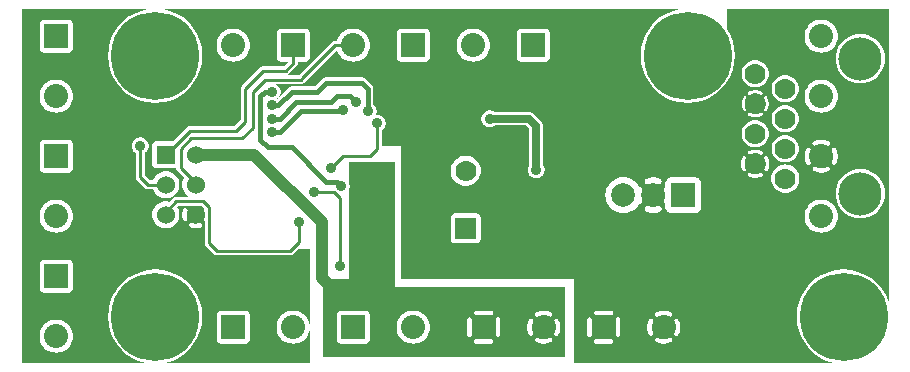
<source format=gbr>
G04 start of page 3 for group 1 idx 1 *
G04 Title: (unknown), solder *
G04 Creator: pcb 20110918 *
G04 CreationDate: Thu 04 Apr 2013 04:22:17 AM GMT UTC *
G04 For: railfan *
G04 Format: Gerber/RS-274X *
G04 PCB-Dimensions: 293000 121000 *
G04 PCB-Coordinate-Origin: lower left *
%MOIN*%
%FSLAX25Y25*%
%LNBOTTOM*%
%ADD56C,0.0300*%
%ADD55C,0.1280*%
%ADD54C,0.0450*%
%ADD53C,0.0380*%
%ADD52C,0.1285*%
%ADD51C,0.0480*%
%ADD50C,0.0200*%
%ADD49C,0.0360*%
%ADD48C,0.0700*%
%ADD47C,0.1440*%
%ADD46C,0.0787*%
%ADD45C,0.0600*%
%ADD44C,0.0800*%
%ADD43C,0.2937*%
%ADD42C,0.0250*%
%ADD41C,0.0500*%
%ADD40C,0.0400*%
%ADD39C,0.0150*%
%ADD38C,0.0100*%
%ADD37C,0.0001*%
G54D37*G36*
X154500Y79000D02*Y67808D01*
X154469Y67883D01*
X154058Y68554D01*
X153546Y69152D01*
X152948Y69664D01*
X152277Y70075D01*
X151550Y70376D01*
X150785Y70560D01*
X150000Y70621D01*
X149215Y70560D01*
X148450Y70376D01*
X147723Y70075D01*
X147052Y69664D01*
X146454Y69152D01*
X145942Y68554D01*
X145531Y67883D01*
X145230Y67156D01*
X145046Y66391D01*
X144985Y65606D01*
X145046Y64821D01*
X145230Y64056D01*
X145531Y63329D01*
X145942Y62658D01*
X146454Y62060D01*
X147052Y61548D01*
X147723Y61137D01*
X148450Y60836D01*
X149215Y60652D01*
X150000Y60591D01*
X150785Y60652D01*
X151550Y60836D01*
X152277Y61137D01*
X152948Y61548D01*
X153546Y62060D01*
X154058Y62658D01*
X154469Y63329D01*
X154500Y63404D01*
Y51013D01*
X154384Y51111D01*
X154183Y51235D01*
X153965Y51325D01*
X153735Y51380D01*
X153500Y51394D01*
X146265Y51380D01*
X146035Y51325D01*
X145817Y51235D01*
X145616Y51111D01*
X145436Y50958D01*
X145283Y50778D01*
X145159Y50577D01*
X145069Y50359D01*
X145014Y50129D01*
X145000Y49894D01*
X145014Y42659D01*
X145069Y42429D01*
X145159Y42211D01*
X145283Y42010D01*
X145436Y41830D01*
X145616Y41677D01*
X145817Y41553D01*
X146035Y41463D01*
X146265Y41408D01*
X146500Y41394D01*
X153735Y41408D01*
X153965Y41463D01*
X154183Y41553D01*
X154384Y41677D01*
X154500Y41775D01*
Y29500D01*
X128500D01*
Y79000D01*
X154500D01*
G37*
G36*
X180493Y27000D02*X183000D01*
Y3500D01*
X180493D01*
Y10645D01*
X180578Y10681D01*
X180679Y10743D01*
X180769Y10819D01*
X180845Y10909D01*
X180905Y11011D01*
X181122Y11480D01*
X181289Y11969D01*
X181409Y12472D01*
X181482Y12984D01*
X181506Y13500D01*
X181482Y14016D01*
X181409Y14528D01*
X181289Y15031D01*
X181122Y15520D01*
X180910Y15992D01*
X180849Y16093D01*
X180772Y16184D01*
X180682Y16261D01*
X180580Y16323D01*
X180493Y16360D01*
Y27000D01*
G37*
G36*
X176002D02*X180493D01*
Y16360D01*
X180471Y16369D01*
X180355Y16397D01*
X180237Y16406D01*
X180119Y16397D01*
X180003Y16370D01*
X179893Y16324D01*
X179792Y16262D01*
X179702Y16186D01*
X179624Y16095D01*
X179562Y15994D01*
X179516Y15885D01*
X179489Y15769D01*
X179479Y15651D01*
X179488Y15532D01*
X179516Y15417D01*
X179563Y15308D01*
X179721Y14968D01*
X179842Y14612D01*
X179930Y14247D01*
X179982Y13875D01*
X180000Y13500D01*
X179982Y13125D01*
X179930Y12753D01*
X179842Y12388D01*
X179721Y12032D01*
X179567Y11690D01*
X179520Y11582D01*
X179493Y11467D01*
X179483Y11349D01*
X179493Y11232D01*
X179521Y11117D01*
X179566Y11008D01*
X179628Y10907D01*
X179705Y10818D01*
X179795Y10741D01*
X179895Y10680D01*
X180004Y10635D01*
X180119Y10607D01*
X180237Y10598D01*
X180355Y10608D01*
X180469Y10635D01*
X180493Y10645D01*
Y3500D01*
X176002D01*
Y7994D01*
X176516Y8018D01*
X177028Y8091D01*
X177531Y8211D01*
X178020Y8378D01*
X178492Y8590D01*
X178593Y8651D01*
X178684Y8728D01*
X178761Y8818D01*
X178823Y8920D01*
X178869Y9029D01*
X178897Y9145D01*
X178906Y9263D01*
X178897Y9381D01*
X178870Y9497D01*
X178824Y9607D01*
X178762Y9708D01*
X178686Y9798D01*
X178595Y9876D01*
X178494Y9938D01*
X178385Y9984D01*
X178269Y10011D01*
X178151Y10021D01*
X178032Y10012D01*
X177917Y9984D01*
X177808Y9937D01*
X177468Y9779D01*
X177112Y9658D01*
X176747Y9570D01*
X176375Y9518D01*
X176002Y9500D01*
Y17500D01*
X176375Y17482D01*
X176747Y17430D01*
X177112Y17342D01*
X177468Y17221D01*
X177810Y17067D01*
X177918Y17020D01*
X178033Y16993D01*
X178151Y16983D01*
X178268Y16993D01*
X178383Y17021D01*
X178492Y17066D01*
X178593Y17128D01*
X178682Y17205D01*
X178759Y17295D01*
X178820Y17395D01*
X178865Y17504D01*
X178893Y17619D01*
X178902Y17737D01*
X178892Y17855D01*
X178865Y17969D01*
X178819Y18078D01*
X178757Y18179D01*
X178681Y18269D01*
X178591Y18345D01*
X178489Y18405D01*
X178020Y18622D01*
X177531Y18789D01*
X177028Y18909D01*
X176516Y18982D01*
X176002Y19006D01*
Y27000D01*
G37*
G36*
X171507D02*X176002D01*
Y19006D01*
X176000Y19006D01*
X175484Y18982D01*
X174972Y18909D01*
X174469Y18789D01*
X173980Y18622D01*
X173508Y18410D01*
X173407Y18349D01*
X173316Y18272D01*
X173239Y18182D01*
X173177Y18080D01*
X173131Y17971D01*
X173103Y17855D01*
X173094Y17737D01*
X173103Y17619D01*
X173130Y17503D01*
X173176Y17393D01*
X173238Y17292D01*
X173314Y17202D01*
X173405Y17124D01*
X173506Y17062D01*
X173615Y17016D01*
X173731Y16989D01*
X173849Y16979D01*
X173968Y16988D01*
X174083Y17016D01*
X174192Y17063D01*
X174532Y17221D01*
X174888Y17342D01*
X175253Y17430D01*
X175625Y17482D01*
X176000Y17500D01*
X176002Y17500D01*
Y9500D01*
X176000Y9500D01*
X175625Y9518D01*
X175253Y9570D01*
X174888Y9658D01*
X174532Y9779D01*
X174190Y9933D01*
X174082Y9980D01*
X173967Y10007D01*
X173849Y10017D01*
X173732Y10007D01*
X173617Y9979D01*
X173508Y9934D01*
X173407Y9872D01*
X173318Y9795D01*
X173241Y9705D01*
X173180Y9605D01*
X173135Y9496D01*
X173107Y9381D01*
X173098Y9263D01*
X173108Y9145D01*
X173135Y9031D01*
X173181Y8922D01*
X173243Y8821D01*
X173319Y8731D01*
X173409Y8655D01*
X173511Y8595D01*
X173980Y8378D01*
X174469Y8211D01*
X174972Y8091D01*
X175484Y8018D01*
X176000Y7994D01*
X176002Y7994D01*
Y3500D01*
X171507D01*
Y10640D01*
X171529Y10631D01*
X171645Y10603D01*
X171763Y10594D01*
X171881Y10603D01*
X171997Y10630D01*
X172107Y10676D01*
X172208Y10738D01*
X172298Y10814D01*
X172376Y10905D01*
X172438Y11006D01*
X172484Y11115D01*
X172511Y11231D01*
X172521Y11349D01*
X172512Y11468D01*
X172484Y11583D01*
X172437Y11692D01*
X172279Y12032D01*
X172158Y12388D01*
X172070Y12753D01*
X172018Y13125D01*
X172000Y13500D01*
X172018Y13875D01*
X172070Y14247D01*
X172158Y14612D01*
X172279Y14968D01*
X172433Y15310D01*
X172480Y15418D01*
X172507Y15533D01*
X172517Y15651D01*
X172507Y15768D01*
X172479Y15883D01*
X172434Y15992D01*
X172372Y16093D01*
X172295Y16182D01*
X172205Y16259D01*
X172105Y16320D01*
X171996Y16365D01*
X171881Y16393D01*
X171763Y16402D01*
X171645Y16392D01*
X171531Y16365D01*
X171507Y16355D01*
Y27000D01*
G37*
G36*
X160750D02*X171507D01*
Y16355D01*
X171422Y16319D01*
X171321Y16257D01*
X171231Y16181D01*
X171155Y16091D01*
X171095Y15989D01*
X170878Y15520D01*
X170711Y15031D01*
X170591Y14528D01*
X170518Y14016D01*
X170494Y13500D01*
X170518Y12984D01*
X170591Y12472D01*
X170711Y11969D01*
X170878Y11480D01*
X171090Y11008D01*
X171151Y10907D01*
X171228Y10816D01*
X171318Y10739D01*
X171420Y10677D01*
X171507Y10640D01*
Y3500D01*
X160750D01*
Y10248D01*
X160868Y10257D01*
X160982Y10285D01*
X161092Y10330D01*
X161192Y10391D01*
X161282Y10468D01*
X161359Y10558D01*
X161420Y10658D01*
X161465Y10768D01*
X161493Y10882D01*
X161500Y11000D01*
Y16000D01*
X161493Y16118D01*
X161465Y16232D01*
X161420Y16342D01*
X161359Y16442D01*
X161282Y16532D01*
X161192Y16609D01*
X161092Y16670D01*
X160982Y16715D01*
X160868Y16743D01*
X160750Y16752D01*
Y27000D01*
G37*
G36*
X156000D02*X160750D01*
Y16752D01*
X160632Y16743D01*
X160518Y16715D01*
X160408Y16670D01*
X160308Y16609D01*
X160218Y16532D01*
X160141Y16442D01*
X160080Y16342D01*
X160035Y16232D01*
X160007Y16118D01*
X160000Y16000D01*
Y11000D01*
X160007Y10882D01*
X160035Y10768D01*
X160080Y10658D01*
X160141Y10558D01*
X160218Y10468D01*
X160308Y10391D01*
X160408Y10330D01*
X160518Y10285D01*
X160632Y10257D01*
X160750Y10248D01*
Y3500D01*
X156000D01*
Y8000D01*
X158500D01*
X158618Y8007D01*
X158732Y8035D01*
X158842Y8080D01*
X158942Y8141D01*
X159032Y8218D01*
X159109Y8308D01*
X159170Y8408D01*
X159215Y8518D01*
X159243Y8632D01*
X159252Y8750D01*
X159243Y8868D01*
X159215Y8982D01*
X159170Y9092D01*
X159109Y9192D01*
X159032Y9282D01*
X158942Y9359D01*
X158842Y9420D01*
X158732Y9465D01*
X158618Y9493D01*
X158500Y9500D01*
X156000D01*
Y17500D01*
X158500D01*
X158618Y17507D01*
X158732Y17535D01*
X158842Y17580D01*
X158942Y17641D01*
X159032Y17718D01*
X159109Y17808D01*
X159170Y17908D01*
X159215Y18018D01*
X159243Y18132D01*
X159252Y18250D01*
X159243Y18368D01*
X159215Y18482D01*
X159170Y18592D01*
X159109Y18692D01*
X159032Y18782D01*
X158942Y18859D01*
X158842Y18920D01*
X158732Y18965D01*
X158618Y18993D01*
X158500Y19000D01*
X156000D01*
Y27000D01*
G37*
G36*
X151250D02*X156000D01*
Y19000D01*
X153500D01*
X153382Y18993D01*
X153268Y18965D01*
X153158Y18920D01*
X153058Y18859D01*
X152968Y18782D01*
X152891Y18692D01*
X152830Y18592D01*
X152785Y18482D01*
X152757Y18368D01*
X152748Y18250D01*
X152757Y18132D01*
X152785Y18018D01*
X152830Y17908D01*
X152891Y17808D01*
X152968Y17718D01*
X153058Y17641D01*
X153158Y17580D01*
X153268Y17535D01*
X153382Y17507D01*
X153500Y17500D01*
X156000D01*
Y9500D01*
X153500D01*
X153382Y9493D01*
X153268Y9465D01*
X153158Y9420D01*
X153058Y9359D01*
X152968Y9282D01*
X152891Y9192D01*
X152830Y9092D01*
X152785Y8982D01*
X152757Y8868D01*
X152748Y8750D01*
X152757Y8632D01*
X152785Y8518D01*
X152830Y8408D01*
X152891Y8308D01*
X152968Y8218D01*
X153058Y8141D01*
X153158Y8080D01*
X153268Y8035D01*
X153382Y8007D01*
X153500Y8000D01*
X156000D01*
Y3500D01*
X151250D01*
Y10248D01*
X151368Y10257D01*
X151482Y10285D01*
X151592Y10330D01*
X151692Y10391D01*
X151782Y10468D01*
X151859Y10558D01*
X151920Y10658D01*
X151965Y10768D01*
X151993Y10882D01*
X152000Y11000D01*
Y16000D01*
X151993Y16118D01*
X151965Y16232D01*
X151920Y16342D01*
X151859Y16442D01*
X151782Y16532D01*
X151692Y16609D01*
X151592Y16670D01*
X151482Y16715D01*
X151368Y16743D01*
X151250Y16752D01*
Y27000D01*
G37*
G36*
X132492D02*X151250D01*
Y16752D01*
X151132Y16743D01*
X151018Y16715D01*
X150908Y16670D01*
X150808Y16609D01*
X150718Y16532D01*
X150641Y16442D01*
X150580Y16342D01*
X150535Y16232D01*
X150507Y16118D01*
X150500Y16000D01*
Y11000D01*
X150507Y10882D01*
X150535Y10768D01*
X150580Y10658D01*
X150641Y10558D01*
X150718Y10468D01*
X150808Y10391D01*
X150908Y10330D01*
X151018Y10285D01*
X151132Y10257D01*
X151250Y10248D01*
Y3500D01*
X132492D01*
Y7984D01*
X132500Y7983D01*
X133363Y8051D01*
X134205Y8253D01*
X135005Y8584D01*
X135743Y9037D01*
X136401Y9599D01*
X136963Y10257D01*
X137416Y10995D01*
X137747Y11795D01*
X137949Y12637D01*
X138000Y13500D01*
X137949Y14363D01*
X137747Y15205D01*
X137416Y16005D01*
X136963Y16743D01*
X136401Y17401D01*
X135743Y17963D01*
X135005Y18416D01*
X134205Y18747D01*
X133363Y18949D01*
X132500Y19017D01*
X132492Y19016D01*
Y27000D01*
G37*
G36*
X109500D02*X132492D01*
Y19016D01*
X131637Y18949D01*
X130795Y18747D01*
X129995Y18416D01*
X129257Y17963D01*
X128599Y17401D01*
X128037Y16743D01*
X127584Y16005D01*
X127253Y15205D01*
X127051Y14363D01*
X126983Y13500D01*
X127051Y12637D01*
X127253Y11795D01*
X127584Y10995D01*
X128037Y10257D01*
X128599Y9599D01*
X129257Y9037D01*
X129995Y8584D01*
X130795Y8253D01*
X131637Y8051D01*
X132492Y7984D01*
Y3500D01*
X109500D01*
Y8002D01*
X116735Y8014D01*
X116965Y8069D01*
X117183Y8159D01*
X117384Y8283D01*
X117564Y8436D01*
X117717Y8616D01*
X117841Y8817D01*
X117931Y9035D01*
X117986Y9265D01*
X118000Y9500D01*
X117986Y17735D01*
X117931Y17965D01*
X117841Y18183D01*
X117717Y18384D01*
X117564Y18564D01*
X117384Y18717D01*
X117183Y18841D01*
X116965Y18931D01*
X116735Y18986D01*
X116500Y19000D01*
X109500Y18988D01*
Y27000D01*
G37*
G36*
X129000Y3500D02*X112500D01*
Y8007D01*
X116735Y8014D01*
X116965Y8069D01*
X117183Y8159D01*
X117384Y8283D01*
X117564Y8436D01*
X117717Y8616D01*
X117841Y8817D01*
X117931Y9035D01*
X117986Y9265D01*
X118000Y9500D01*
X117986Y17735D01*
X117931Y17965D01*
X117841Y18183D01*
X117717Y18384D01*
X117564Y18564D01*
X117384Y18717D01*
X117183Y18841D01*
X116965Y18931D01*
X116735Y18986D01*
X116500Y19000D01*
X112500Y18993D01*
Y27000D01*
X129000D01*
Y17744D01*
X128599Y17401D01*
X128037Y16743D01*
X127584Y16005D01*
X127253Y15205D01*
X127051Y14363D01*
X126983Y13500D01*
X127051Y12637D01*
X127253Y11795D01*
X127584Y10995D01*
X128037Y10257D01*
X128599Y9599D01*
X129000Y9256D01*
Y3500D01*
G37*
G36*
X112500D02*X102500D01*
Y27000D01*
X112500D01*
Y18993D01*
X108265Y18986D01*
X108035Y18931D01*
X107817Y18841D01*
X107616Y18717D01*
X107436Y18564D01*
X107283Y18384D01*
X107159Y18183D01*
X107069Y17965D01*
X107014Y17735D01*
X107000Y17500D01*
X107014Y9265D01*
X107069Y9035D01*
X107159Y8817D01*
X107283Y8616D01*
X107436Y8436D01*
X107616Y8283D01*
X107817Y8159D01*
X108035Y8069D01*
X108265Y8014D01*
X108500Y8000D01*
X112500Y8007D01*
Y3500D01*
G37*
G36*
X111000Y68500D02*X126500D01*
Y9500D01*
X118000D01*
X117986Y17735D01*
X117931Y17965D01*
X117841Y18183D01*
X117717Y18384D01*
X117564Y18564D01*
X117384Y18717D01*
X117183Y18841D01*
X116965Y18931D01*
X116735Y18986D01*
X116500Y19000D01*
X111000Y18991D01*
Y59221D01*
X111003Y59225D01*
X111171Y59632D01*
X111274Y60061D01*
X111300Y60500D01*
X111274Y60939D01*
X111171Y61368D01*
X111003Y61775D01*
X111000Y61779D01*
Y68500D01*
G37*
G36*
X172500Y119500D02*X211500D01*
Y113514D01*
X211272Y113247D01*
X209982Y111142D01*
X209038Y108862D01*
X208461Y106461D01*
X208268Y104000D01*
X208461Y101539D01*
X209038Y99138D01*
X209982Y96858D01*
X211272Y94753D01*
X211500Y94486D01*
Y74000D01*
X175750D01*
Y80412D01*
X175757Y80500D01*
X175729Y80853D01*
X175646Y81197D01*
X175607Y81293D01*
X175511Y81525D01*
X175396Y81712D01*
X175326Y81827D01*
X175326Y81827D01*
X175096Y82096D01*
X175029Y82153D01*
X172653Y84529D01*
X172596Y84596D01*
X172500Y84678D01*
Y102007D01*
X176735Y102014D01*
X176965Y102069D01*
X177183Y102159D01*
X177384Y102283D01*
X177564Y102436D01*
X177717Y102616D01*
X177841Y102817D01*
X177931Y103035D01*
X177986Y103265D01*
X178000Y103500D01*
X177986Y111735D01*
X177931Y111965D01*
X177841Y112183D01*
X177717Y112384D01*
X177564Y112564D01*
X177384Y112717D01*
X177183Y112841D01*
X176965Y112931D01*
X176735Y112986D01*
X176500Y113000D01*
X172500Y112993D01*
Y119500D01*
G37*
G36*
X152492D02*X172500D01*
Y112993D01*
X168265Y112986D01*
X168035Y112931D01*
X167817Y112841D01*
X167616Y112717D01*
X167436Y112564D01*
X167283Y112384D01*
X167159Y112183D01*
X167069Y111965D01*
X167014Y111735D01*
X167000Y111500D01*
X167014Y103265D01*
X167069Y103035D01*
X167159Y102817D01*
X167283Y102616D01*
X167436Y102436D01*
X167616Y102283D01*
X167817Y102159D01*
X168035Y102069D01*
X168265Y102014D01*
X168500Y102000D01*
X172500Y102007D01*
Y84678D01*
X172327Y84826D01*
X172327Y84826D01*
X172212Y84896D01*
X172025Y85011D01*
X171793Y85107D01*
X171697Y85146D01*
X171353Y85229D01*
X171000Y85257D01*
X170912Y85250D01*
X159677D01*
X159651Y85272D01*
X159275Y85503D01*
X158868Y85671D01*
X158439Y85774D01*
X158000Y85809D01*
X157561Y85774D01*
X157132Y85671D01*
X156725Y85503D01*
X156349Y85272D01*
X156014Y84986D01*
X155728Y84651D01*
X155497Y84275D01*
X155329Y83868D01*
X155226Y83439D01*
X155191Y83000D01*
X155226Y82561D01*
X155329Y82132D01*
X155497Y81725D01*
X155728Y81349D01*
X156014Y81014D01*
X156349Y80728D01*
X156725Y80497D01*
X157132Y80329D01*
X157561Y80226D01*
X158000Y80191D01*
X158439Y80226D01*
X158868Y80329D01*
X159275Y80497D01*
X159651Y80728D01*
X159677Y80750D01*
X170068D01*
X171250Y79568D01*
Y74000D01*
X152492D01*
Y101984D01*
X152500Y101983D01*
X153363Y102051D01*
X154205Y102253D01*
X155005Y102584D01*
X155743Y103037D01*
X156401Y103599D01*
X156963Y104257D01*
X157416Y104995D01*
X157747Y105795D01*
X157949Y106637D01*
X158000Y107500D01*
X157949Y108363D01*
X157747Y109205D01*
X157416Y110005D01*
X156963Y110743D01*
X156401Y111401D01*
X155743Y111963D01*
X155005Y112416D01*
X154205Y112747D01*
X153363Y112949D01*
X152500Y113017D01*
X152492Y113016D01*
Y119500D01*
G37*
G36*
X132500D02*X152492D01*
Y113016D01*
X151637Y112949D01*
X150795Y112747D01*
X149995Y112416D01*
X149257Y111963D01*
X148599Y111401D01*
X148037Y110743D01*
X147584Y110005D01*
X147253Y109205D01*
X147051Y108363D01*
X146983Y107500D01*
X147051Y106637D01*
X147253Y105795D01*
X147584Y104995D01*
X148037Y104257D01*
X148599Y103599D01*
X149257Y103037D01*
X149995Y102584D01*
X150795Y102253D01*
X151637Y102051D01*
X152492Y101984D01*
Y74000D01*
X132500D01*
Y102007D01*
X136735Y102014D01*
X136965Y102069D01*
X137183Y102159D01*
X137384Y102283D01*
X137564Y102436D01*
X137717Y102616D01*
X137841Y102817D01*
X137931Y103035D01*
X137986Y103265D01*
X138000Y103500D01*
X137986Y111735D01*
X137931Y111965D01*
X137841Y112183D01*
X137717Y112384D01*
X137564Y112564D01*
X137384Y112717D01*
X137183Y112841D01*
X136965Y112931D01*
X136735Y112986D01*
X136500Y113000D01*
X132500Y112993D01*
Y119500D01*
G37*
G36*
X103500Y96755D02*X103225Y96734D01*
X102958Y96669D01*
X102703Y96564D01*
X102468Y96420D01*
X102259Y96241D01*
X102214Y96189D01*
X99775Y93750D01*
X92069D01*
X92000Y93755D01*
X91725Y93734D01*
X91458Y93669D01*
X91203Y93564D01*
X90968Y93420D01*
X90968Y93420D01*
X90759Y93241D01*
X90714Y93189D01*
X87230Y89705D01*
X87177Y89750D01*
X87486Y90014D01*
X87772Y90349D01*
X88003Y90725D01*
X88171Y91132D01*
X88274Y91561D01*
X88300Y92000D01*
X88274Y92439D01*
X88171Y92868D01*
X88003Y93275D01*
X87772Y93651D01*
X87486Y93986D01*
X87151Y94272D01*
X86779Y94500D01*
X94941D01*
X95000Y94495D01*
X95235Y94514D01*
X95235Y94514D01*
X95465Y94569D01*
X95683Y94659D01*
X95884Y94783D01*
X96064Y94936D01*
X96102Y94981D01*
X107121Y106000D01*
X107204D01*
X107253Y105795D01*
X107584Y104995D01*
X108037Y104257D01*
X108599Y103599D01*
X109257Y103037D01*
X109995Y102584D01*
X110795Y102253D01*
X111637Y102051D01*
X112500Y101983D01*
X113363Y102051D01*
X114205Y102253D01*
X115005Y102584D01*
X115743Y103037D01*
X116401Y103599D01*
X116963Y104257D01*
X117416Y104995D01*
X117747Y105795D01*
X117949Y106637D01*
X118000Y107500D01*
X117949Y108363D01*
X117747Y109205D01*
X117416Y110005D01*
X116963Y110743D01*
X116401Y111401D01*
X115743Y111963D01*
X115005Y112416D01*
X114205Y112747D01*
X113363Y112949D01*
X112500Y113017D01*
X111637Y112949D01*
X110795Y112747D01*
X109995Y112416D01*
X109257Y111963D01*
X108599Y111401D01*
X108037Y110743D01*
X107584Y110005D01*
X107253Y109205D01*
X107204Y109000D01*
X106559D01*
X106500Y109005D01*
X106265Y108986D01*
X106035Y108931D01*
X105817Y108841D01*
X105616Y108717D01*
X105615Y108717D01*
X105436Y108564D01*
X105398Y108519D01*
X94379Y97500D01*
X90059D01*
X90235Y97514D01*
X90235Y97514D01*
X90465Y97569D01*
X90683Y97659D01*
X90884Y97783D01*
X91064Y97936D01*
X91102Y97981D01*
X93519Y100398D01*
X93564Y100436D01*
X93717Y100615D01*
X93717Y100616D01*
X93841Y100817D01*
X93931Y101035D01*
X93986Y101265D01*
X94005Y101500D01*
X94000Y101559D01*
Y102009D01*
X96735Y102014D01*
X96965Y102069D01*
X97183Y102159D01*
X97384Y102283D01*
X97564Y102436D01*
X97717Y102616D01*
X97841Y102817D01*
X97931Y103035D01*
X97986Y103265D01*
X98000Y103500D01*
X97986Y111735D01*
X97931Y111965D01*
X97841Y112183D01*
X97717Y112384D01*
X97564Y112564D01*
X97384Y112717D01*
X97183Y112841D01*
X96965Y112931D01*
X96735Y112986D01*
X96500Y113000D01*
X88265Y112986D01*
X88035Y112931D01*
X87817Y112841D01*
X87616Y112717D01*
X87436Y112564D01*
X87283Y112384D01*
X87159Y112183D01*
X87069Y111965D01*
X87014Y111735D01*
X87000Y111500D01*
X87014Y103265D01*
X87069Y103035D01*
X87159Y102817D01*
X87283Y102616D01*
X87436Y102436D01*
X87616Y102283D01*
X87817Y102159D01*
X88035Y102069D01*
X88265Y102014D01*
X88500Y102000D01*
X90883Y102004D01*
X89379Y100500D01*
X82559D01*
X82500Y100505D01*
X82265Y100486D01*
X82035Y100431D01*
X81817Y100341D01*
X81616Y100217D01*
X81615Y100217D01*
X81436Y100064D01*
X81398Y100019D01*
X75481Y94102D01*
X75436Y94064D01*
X75283Y93884D01*
X75159Y93683D01*
X75069Y93465D01*
X75014Y93235D01*
X75014Y93235D01*
X74995Y93000D01*
X75000Y92941D01*
Y82621D01*
X72879Y80500D01*
X72492D01*
Y101984D01*
X72500Y101983D01*
X73363Y102051D01*
X74205Y102253D01*
X75005Y102584D01*
X75743Y103037D01*
X76401Y103599D01*
X76963Y104257D01*
X77416Y104995D01*
X77747Y105795D01*
X77949Y106637D01*
X78000Y107500D01*
X77949Y108363D01*
X77747Y109205D01*
X77416Y110005D01*
X76963Y110743D01*
X76401Y111401D01*
X75743Y111963D01*
X75005Y112416D01*
X74205Y112747D01*
X73363Y112949D01*
X72500Y113017D01*
X72492Y113016D01*
Y119500D01*
X132500D01*
Y112993D01*
X128265Y112986D01*
X128035Y112931D01*
X127817Y112841D01*
X127616Y112717D01*
X127436Y112564D01*
X127283Y112384D01*
X127159Y112183D01*
X127069Y111965D01*
X127014Y111735D01*
X127000Y111500D01*
X127014Y103265D01*
X127069Y103035D01*
X127159Y102817D01*
X127283Y102616D01*
X127436Y102436D01*
X127616Y102283D01*
X127817Y102159D01*
X128035Y102069D01*
X128265Y102014D01*
X128500Y102000D01*
X132500Y102007D01*
Y74000D01*
X122000D01*
Y79135D01*
X122151Y79228D01*
X122486Y79514D01*
X122772Y79849D01*
X123003Y80225D01*
X123171Y80632D01*
X123274Y81061D01*
X123300Y81500D01*
X123274Y81939D01*
X123171Y82368D01*
X123003Y82775D01*
X122772Y83151D01*
X122486Y83486D01*
X122151Y83772D01*
X121775Y84003D01*
X121368Y84171D01*
X120939Y84274D01*
X120500Y84309D01*
X120061Y84274D01*
X120019Y84264D01*
X120171Y84632D01*
X120274Y85061D01*
X120300Y85500D01*
X120274Y85939D01*
X120171Y86368D01*
X120003Y86775D01*
X119772Y87151D01*
X119486Y87486D01*
X119250Y87688D01*
Y92931D01*
X119255Y93000D01*
X119234Y93274D01*
X119234Y93275D01*
X119169Y93542D01*
X119064Y93797D01*
X118920Y94032D01*
X118741Y94241D01*
X118689Y94286D01*
X116786Y96189D01*
X116741Y96241D01*
X116532Y96420D01*
X116297Y96564D01*
X116042Y96669D01*
X115775Y96734D01*
X115774Y96734D01*
X115500Y96755D01*
X115432Y96750D01*
X103569D01*
X103500Y96755D01*
G37*
G36*
X72492Y80500D02*X58059D01*
X58000Y80505D01*
X57765Y80486D01*
X57535Y80431D01*
X57317Y80341D01*
X57116Y80217D01*
X57115Y80217D01*
X56936Y80064D01*
X56898Y80019D01*
X52377Y75499D01*
X46765Y75486D01*
X46535Y75431D01*
X46317Y75341D01*
X46116Y75217D01*
X45936Y75064D01*
X45783Y74884D01*
X45659Y74683D01*
X45569Y74465D01*
X45514Y74235D01*
X45500Y74000D01*
X44300D01*
X44274Y74439D01*
X44171Y74868D01*
X44003Y75275D01*
X43772Y75651D01*
X43486Y75986D01*
X43151Y76272D01*
X42775Y76503D01*
X42368Y76671D01*
X41939Y76774D01*
X41500Y76809D01*
X41061Y76774D01*
X40632Y76671D01*
X40225Y76503D01*
X39849Y76272D01*
X39514Y75986D01*
X39228Y75651D01*
X38997Y75275D01*
X38829Y74868D01*
X38726Y74439D01*
X38691Y74000D01*
X33000D01*
Y96013D01*
X33772Y94753D01*
X35376Y92876D01*
X37253Y91272D01*
X39358Y89982D01*
X41638Y89038D01*
X44039Y88461D01*
X46500Y88268D01*
X48961Y88461D01*
X51362Y89038D01*
X53642Y89982D01*
X55747Y91272D01*
X57624Y92876D01*
X59228Y94753D01*
X60518Y96858D01*
X61462Y99138D01*
X62039Y101539D01*
X62184Y104000D01*
X62039Y106461D01*
X61462Y108862D01*
X60518Y111142D01*
X59228Y113247D01*
X57624Y115124D01*
X55747Y116728D01*
X53642Y118018D01*
X51362Y118962D01*
X49122Y119500D01*
X72492D01*
Y113016D01*
X71637Y112949D01*
X70795Y112747D01*
X69995Y112416D01*
X69257Y111963D01*
X68599Y111401D01*
X68037Y110743D01*
X67584Y110005D01*
X67253Y109205D01*
X67051Y108363D01*
X66983Y107500D01*
X67051Y106637D01*
X67253Y105795D01*
X67584Y104995D01*
X68037Y104257D01*
X68599Y103599D01*
X69257Y103037D01*
X69995Y102584D01*
X70795Y102253D01*
X71637Y102051D01*
X72492Y101984D01*
Y80500D01*
G37*
G36*
X72500Y37500D02*X85000D01*
Y2000D01*
X72500D01*
Y8007D01*
X76735Y8014D01*
X76965Y8069D01*
X77183Y8159D01*
X77384Y8283D01*
X77564Y8436D01*
X77717Y8616D01*
X77841Y8817D01*
X77931Y9035D01*
X77986Y9265D01*
X78000Y9500D01*
X77986Y17735D01*
X77931Y17965D01*
X77841Y18183D01*
X77717Y18384D01*
X77564Y18564D01*
X77384Y18717D01*
X77183Y18841D01*
X76965Y18931D01*
X76735Y18986D01*
X76500Y19000D01*
X72500Y18993D01*
Y37500D01*
G37*
G36*
X60002Y54000D02*X60289Y53986D01*
X60575Y53944D01*
X60855Y53876D01*
X61128Y53780D01*
X61239Y53742D01*
X61356Y53725D01*
X61474Y53725D01*
X61591Y53745D01*
X61703Y53782D01*
X61807Y53836D01*
X61902Y53906D01*
X61937Y53942D01*
X62939Y52940D01*
X62904Y52905D01*
X62833Y52809D01*
X62779Y52704D01*
X62741Y52592D01*
X62722Y52475D01*
X62721Y52356D01*
X62739Y52239D01*
X62777Y52126D01*
X62876Y51855D01*
X62944Y51575D01*
X62986Y51289D01*
X63000Y51000D01*
Y51000D01*
X62986Y50711D01*
X62944Y50425D01*
X62876Y50145D01*
X62780Y49872D01*
X62742Y49761D01*
X62725Y49644D01*
X62725Y49526D01*
X62745Y49409D01*
X62782Y49297D01*
X62836Y49193D01*
X62906Y49098D01*
X62991Y49015D01*
X63000Y49008D01*
Y41559D01*
X62995Y41500D01*
X63014Y41265D01*
X63069Y41035D01*
X63159Y40817D01*
X63283Y40616D01*
X63436Y40436D01*
X63481Y40398D01*
X65898Y37981D01*
X65936Y37936D01*
X66116Y37783D01*
X66317Y37659D01*
X66535Y37569D01*
X66765Y37514D01*
X67000Y37495D01*
X67059Y37500D01*
X72500D01*
Y18993D01*
X68265Y18986D01*
X68035Y18931D01*
X67817Y18841D01*
X67616Y18717D01*
X67436Y18564D01*
X67283Y18384D01*
X67159Y18183D01*
X67069Y17965D01*
X67014Y17735D01*
X67000Y17500D01*
X67014Y9265D01*
X67069Y9035D01*
X67159Y8817D01*
X67283Y8616D01*
X67436Y8436D01*
X67616Y8283D01*
X67817Y8159D01*
X68035Y8069D01*
X68265Y8014D01*
X68500Y8000D01*
X72500Y8007D01*
Y2000D01*
X60002D01*
Y9016D01*
X60518Y9858D01*
X61462Y12138D01*
X62039Y14539D01*
X62184Y17000D01*
X62039Y19461D01*
X61462Y21862D01*
X60518Y24142D01*
X60002Y24984D01*
Y46495D01*
X60433Y46516D01*
X60863Y46578D01*
X61284Y46682D01*
X61694Y46825D01*
X61800Y46878D01*
X61896Y46947D01*
X61981Y47030D01*
X62051Y47125D01*
X62106Y47231D01*
X62143Y47343D01*
X62163Y47460D01*
X62164Y47579D01*
X62146Y47696D01*
X62110Y47809D01*
X62057Y47915D01*
X61988Y48012D01*
X61905Y48096D01*
X61809Y48167D01*
X61704Y48221D01*
X61592Y48259D01*
X61475Y48278D01*
X61356Y48279D01*
X61239Y48261D01*
X61126Y48223D01*
X60855Y48124D01*
X60575Y48056D01*
X60289Y48014D01*
X60002Y48000D01*
Y54000D01*
G37*
G36*
Y2000D02*X51205D01*
X51362Y2038D01*
X53642Y2982D01*
X55747Y4272D01*
X57624Y5876D01*
X59228Y7753D01*
X60002Y9016D01*
Y2000D01*
G37*
G36*
X56387Y54000D02*X58004D01*
X58012Y53988D01*
X58095Y53904D01*
X58191Y53833D01*
X58296Y53779D01*
X58408Y53741D01*
X58525Y53722D01*
X58644Y53721D01*
X58761Y53739D01*
X58874Y53777D01*
X59145Y53876D01*
X59425Y53944D01*
X59711Y53986D01*
X60000Y54000D01*
X60002Y54000D01*
Y48000D01*
X60000Y48000D01*
X59711Y48014D01*
X59425Y48056D01*
X59145Y48124D01*
X58872Y48220D01*
X58761Y48258D01*
X58644Y48275D01*
X58526Y48275D01*
X58409Y48255D01*
X58297Y48218D01*
X58193Y48164D01*
X58098Y48094D01*
X58015Y48009D01*
X57946Y47913D01*
X57893Y47808D01*
X57857Y47695D01*
X57840Y47579D01*
X57841Y47461D01*
X57860Y47344D01*
X57897Y47232D01*
X57952Y47127D01*
X58022Y47032D01*
X58106Y46949D01*
X58202Y46881D01*
X58308Y46830D01*
X58716Y46682D01*
X59137Y46578D01*
X59567Y46516D01*
X60000Y46495D01*
X60002Y46495D01*
Y24984D01*
X59228Y26247D01*
X57624Y28124D01*
X56387Y29181D01*
Y48849D01*
X56460Y48837D01*
X56579Y48836D01*
X56696Y48854D01*
X56809Y48890D01*
X56915Y48943D01*
X57012Y49012D01*
X57096Y49095D01*
X57167Y49191D01*
X57221Y49296D01*
X57259Y49408D01*
X57278Y49525D01*
X57279Y49644D01*
X57261Y49761D01*
X57223Y49874D01*
X57124Y50145D01*
X57056Y50425D01*
X57014Y50711D01*
X57000Y51000D01*
X57014Y51289D01*
X57056Y51575D01*
X57124Y51855D01*
X57220Y52128D01*
X57258Y52239D01*
X57275Y52356D01*
X57275Y52474D01*
X57255Y52591D01*
X57218Y52703D01*
X57164Y52807D01*
X57094Y52902D01*
X57009Y52985D01*
X56913Y53054D01*
X56808Y53107D01*
X56695Y53143D01*
X56579Y53160D01*
X56461Y53159D01*
X56387Y53147D01*
Y54000D01*
G37*
G36*
X46596Y48057D02*X46808Y47808D01*
X47347Y47348D01*
X47951Y46978D01*
X48605Y46707D01*
X49294Y46542D01*
X50000Y46486D01*
X50706Y46542D01*
X51395Y46707D01*
X52049Y46978D01*
X52653Y47348D01*
X53192Y47808D01*
X53652Y48347D01*
X54022Y48951D01*
X54293Y49605D01*
X54458Y50294D01*
X54500Y51000D01*
X54458Y51706D01*
X54293Y52395D01*
X54022Y53049D01*
X53698Y53577D01*
X54121Y54000D01*
X56387D01*
Y53147D01*
X56344Y53140D01*
X56232Y53103D01*
X56127Y53048D01*
X56032Y52978D01*
X55949Y52894D01*
X55881Y52798D01*
X55830Y52692D01*
X55682Y52284D01*
X55578Y51863D01*
X55516Y51433D01*
X55495Y51000D01*
X55516Y50567D01*
X55578Y50137D01*
X55682Y49716D01*
X55825Y49306D01*
X55878Y49200D01*
X55947Y49104D01*
X56030Y49019D01*
X56125Y48949D01*
X56231Y48894D01*
X56343Y48857D01*
X56387Y48849D01*
Y29181D01*
X55747Y29728D01*
X53642Y31018D01*
X51362Y31962D01*
X48961Y32539D01*
X46596Y32725D01*
Y48057D01*
G37*
G36*
Y66554D02*X46765Y66514D01*
X47000Y66500D01*
X53235Y66514D01*
X53465Y66569D01*
X53500Y66584D01*
Y66559D01*
X53495Y66500D01*
X53514Y66265D01*
X53569Y66035D01*
X53659Y65817D01*
X53783Y65616D01*
X53783Y65615D01*
X53936Y65436D01*
X53981Y65398D01*
X56112Y63267D01*
X55978Y63049D01*
X55707Y62395D01*
X55542Y61706D01*
X55486Y61000D01*
X55542Y60294D01*
X55707Y59605D01*
X55978Y58951D01*
X56348Y58347D01*
X56808Y57808D01*
X57347Y57348D01*
X57915Y57000D01*
X53559D01*
X53500Y57005D01*
X53265Y56986D01*
X53035Y56931D01*
X52817Y56841D01*
X52616Y56717D01*
X52615Y56717D01*
X52436Y56564D01*
X52398Y56519D01*
X51215Y55336D01*
X50706Y55458D01*
X50000Y55514D01*
X49294Y55458D01*
X48605Y55293D01*
X47951Y55022D01*
X47347Y54652D01*
X46808Y54192D01*
X46596Y53943D01*
Y58057D01*
X46808Y57808D01*
X47347Y57348D01*
X47951Y56978D01*
X48605Y56707D01*
X49294Y56542D01*
X50000Y56486D01*
X50706Y56542D01*
X51395Y56707D01*
X52049Y56978D01*
X52653Y57348D01*
X53192Y57808D01*
X53652Y58347D01*
X54022Y58951D01*
X54293Y59605D01*
X54458Y60294D01*
X54500Y61000D01*
X54458Y61706D01*
X54293Y62395D01*
X54022Y63049D01*
X53652Y63653D01*
X53192Y64192D01*
X52653Y64652D01*
X52049Y65022D01*
X51395Y65293D01*
X50706Y65458D01*
X50000Y65514D01*
X49294Y65458D01*
X48605Y65293D01*
X47951Y65022D01*
X47347Y64652D01*
X46808Y64192D01*
X46596Y63943D01*
Y66554D01*
G37*
G36*
Y80500D02*X57941D01*
X57765Y80486D01*
X57535Y80431D01*
X57317Y80341D01*
X57116Y80217D01*
X57115Y80217D01*
X56936Y80064D01*
X56898Y80019D01*
X52377Y75499D01*
X46765Y75486D01*
X46596Y75446D01*
Y80500D01*
G37*
G36*
X33000D02*X46596D01*
Y75446D01*
X46535Y75431D01*
X46317Y75341D01*
X46116Y75217D01*
X45936Y75064D01*
X45783Y74884D01*
X45659Y74683D01*
X45569Y74465D01*
X45514Y74235D01*
X45500Y74000D01*
X45514Y67765D01*
X45569Y67535D01*
X45659Y67317D01*
X45783Y67116D01*
X45936Y66936D01*
X46116Y66783D01*
X46317Y66659D01*
X46535Y66569D01*
X46596Y66554D01*
Y63943D01*
X46348Y63653D01*
X45978Y63049D01*
X45751Y62500D01*
X44621D01*
X43000Y64121D01*
Y71635D01*
X43151Y71728D01*
X43486Y72014D01*
X43772Y72349D01*
X44003Y72725D01*
X44171Y73132D01*
X44274Y73561D01*
X44300Y74000D01*
X44274Y74439D01*
X44171Y74868D01*
X44003Y75275D01*
X43772Y75651D01*
X43486Y75986D01*
X43151Y76272D01*
X42775Y76503D01*
X42368Y76671D01*
X41939Y76774D01*
X41500Y76809D01*
X41061Y76774D01*
X40632Y76671D01*
X40225Y76503D01*
X39849Y76272D01*
X39514Y75986D01*
X39228Y75651D01*
X38997Y75275D01*
X38829Y74868D01*
X38726Y74439D01*
X38691Y74000D01*
X38726Y73561D01*
X38829Y73132D01*
X38997Y72725D01*
X39228Y72349D01*
X39514Y72014D01*
X39849Y71728D01*
X40000Y71635D01*
Y63559D01*
X39995Y63500D01*
X40014Y63265D01*
X40069Y63035D01*
X40159Y62817D01*
X40283Y62616D01*
X40436Y62436D01*
X40481Y62398D01*
X42898Y59981D01*
X42936Y59936D01*
X43116Y59783D01*
X43317Y59659D01*
X43535Y59569D01*
X43765Y59514D01*
X44000Y59495D01*
X44059Y59500D01*
X45751D01*
X45978Y58951D01*
X46348Y58347D01*
X46596Y58057D01*
Y53943D01*
X46348Y53653D01*
X45978Y53049D01*
X45707Y52395D01*
X45542Y51706D01*
X45486Y51000D01*
X45542Y50294D01*
X45707Y49605D01*
X45978Y48951D01*
X46348Y48347D01*
X46596Y48057D01*
Y32725D01*
X46500Y32732D01*
X44039Y32539D01*
X41638Y31962D01*
X39358Y31018D01*
X37253Y29728D01*
X35376Y28124D01*
X33772Y26247D01*
X33000Y24987D01*
Y80500D01*
G37*
G36*
X98000Y1500D02*X72500D01*
Y8007D01*
X76735Y8014D01*
X76965Y8069D01*
X77183Y8159D01*
X77384Y8283D01*
X77564Y8436D01*
X77717Y8616D01*
X77841Y8817D01*
X77931Y9035D01*
X77986Y9265D01*
X78000Y9500D01*
X77986Y17735D01*
X77931Y17965D01*
X77841Y18183D01*
X77717Y18384D01*
X77564Y18564D01*
X77384Y18717D01*
X77183Y18841D01*
X76965Y18931D01*
X76735Y18986D01*
X76500Y19000D01*
X72500Y18993D01*
Y37500D01*
X91441D01*
X91500Y37495D01*
X91735Y37514D01*
X91735Y37514D01*
X91965Y37569D01*
X92183Y37659D01*
X92384Y37783D01*
X92564Y37936D01*
X92602Y37981D01*
X94121Y39500D01*
X98000D01*
Y13500D01*
X97949Y14363D01*
X97747Y15205D01*
X97416Y16005D01*
X96963Y16743D01*
X96401Y17401D01*
X95743Y17963D01*
X95005Y18416D01*
X94205Y18747D01*
X93363Y18949D01*
X92500Y19017D01*
X91637Y18949D01*
X90795Y18747D01*
X89995Y18416D01*
X89257Y17963D01*
X88599Y17401D01*
X88037Y16743D01*
X87584Y16005D01*
X87253Y15205D01*
X87051Y14363D01*
X86983Y13500D01*
X87051Y12637D01*
X87253Y11795D01*
X87584Y10995D01*
X88037Y10257D01*
X88599Y9599D01*
X89257Y9037D01*
X89995Y8584D01*
X90795Y8253D01*
X91637Y8051D01*
X92500Y7983D01*
X93363Y8051D01*
X94205Y8253D01*
X95005Y8584D01*
X95743Y9037D01*
X96401Y9599D01*
X96963Y10257D01*
X97416Y10995D01*
X97747Y11795D01*
X97949Y12637D01*
X98000Y13500D01*
Y1500D01*
G37*
G36*
X72500D02*X49122D01*
X51362Y2038D01*
X53642Y2982D01*
X55747Y4272D01*
X57624Y5876D01*
X59228Y7753D01*
X60518Y9858D01*
X61462Y12138D01*
X62039Y14539D01*
X62184Y17000D01*
X62039Y19461D01*
X61462Y21862D01*
X60518Y24142D01*
X59228Y26247D01*
X57624Y28124D01*
X55747Y29728D01*
X53642Y31018D01*
X51362Y31962D01*
X48961Y32539D01*
X46500Y32732D01*
X44039Y32539D01*
X41638Y31962D01*
X39358Y31018D01*
X37253Y29728D01*
X35376Y28124D01*
X33772Y26247D01*
X33000Y24987D01*
Y39500D01*
X64379D01*
X65898Y37981D01*
X65936Y37936D01*
X66116Y37783D01*
X66317Y37659D01*
X66535Y37569D01*
X66765Y37514D01*
X67000Y37495D01*
X67059Y37500D01*
X72500D01*
Y18993D01*
X68265Y18986D01*
X68035Y18931D01*
X67817Y18841D01*
X67616Y18717D01*
X67436Y18564D01*
X67283Y18384D01*
X67159Y18183D01*
X67069Y17965D01*
X67014Y17735D01*
X67000Y17500D01*
X67014Y9265D01*
X67069Y9035D01*
X67159Y8817D01*
X67283Y8616D01*
X67436Y8436D01*
X67616Y8283D01*
X67817Y8159D01*
X68035Y8069D01*
X68265Y8014D01*
X68500Y8000D01*
X72500Y8007D01*
Y1500D01*
G37*
G36*
X46596Y48057D02*X46808Y47808D01*
X47347Y47348D01*
X47951Y46978D01*
X48605Y46707D01*
X49294Y46542D01*
X50000Y46486D01*
X50706Y46542D01*
X51395Y46707D01*
X52049Y46978D01*
X52653Y47348D01*
X53192Y47808D01*
X53652Y48347D01*
X54022Y48951D01*
X54293Y49605D01*
X54458Y50294D01*
X54500Y51000D01*
X54458Y51706D01*
X54293Y52395D01*
X54022Y53049D01*
X53698Y53577D01*
X54121Y54000D01*
X56500D01*
Y53160D01*
X56461Y53159D01*
X56344Y53140D01*
X56232Y53103D01*
X56127Y53048D01*
X56032Y52978D01*
X55949Y52894D01*
X55881Y52798D01*
X55830Y52692D01*
X55682Y52284D01*
X55578Y51863D01*
X55516Y51433D01*
X55495Y51000D01*
X55516Y50567D01*
X55578Y50137D01*
X55682Y49716D01*
X55825Y49306D01*
X55878Y49200D01*
X55947Y49104D01*
X56030Y49019D01*
X56125Y48949D01*
X56231Y48894D01*
X56343Y48857D01*
X56460Y48837D01*
X56500Y48837D01*
Y29085D01*
X55747Y29728D01*
X53642Y31018D01*
X51362Y31962D01*
X48961Y32539D01*
X46596Y32725D01*
Y48057D01*
G37*
G36*
Y66554D02*X46765Y66514D01*
X47000Y66500D01*
X53235Y66514D01*
X53465Y66569D01*
X53500Y66584D01*
Y66559D01*
X53495Y66500D01*
X53514Y66265D01*
X53569Y66035D01*
X53659Y65817D01*
X53783Y65616D01*
X53783Y65615D01*
X53936Y65436D01*
X53981Y65398D01*
X56112Y63267D01*
X55978Y63049D01*
X55707Y62395D01*
X55542Y61706D01*
X55486Y61000D01*
X55542Y60294D01*
X55707Y59605D01*
X55978Y58951D01*
X56348Y58347D01*
X56500Y58169D01*
Y57000D01*
X53559D01*
X53500Y57005D01*
X53265Y56986D01*
X53035Y56931D01*
X52817Y56841D01*
X52616Y56717D01*
X52615Y56717D01*
X52436Y56564D01*
X52398Y56519D01*
X51215Y55336D01*
X50706Y55458D01*
X50000Y55514D01*
X49294Y55458D01*
X48605Y55293D01*
X47951Y55022D01*
X47347Y54652D01*
X46808Y54192D01*
X46596Y53943D01*
Y58057D01*
X46808Y57808D01*
X47347Y57348D01*
X47951Y56978D01*
X48605Y56707D01*
X49294Y56542D01*
X50000Y56486D01*
X50706Y56542D01*
X51395Y56707D01*
X52049Y56978D01*
X52653Y57348D01*
X53192Y57808D01*
X53652Y58347D01*
X54022Y58951D01*
X54293Y59605D01*
X54458Y60294D01*
X54500Y61000D01*
X54458Y61706D01*
X54293Y62395D01*
X54022Y63049D01*
X53652Y63653D01*
X53192Y64192D01*
X52653Y64652D01*
X52049Y65022D01*
X51395Y65293D01*
X50706Y65458D01*
X50000Y65514D01*
X49294Y65458D01*
X48605Y65293D01*
X47951Y65022D01*
X47347Y64652D01*
X46808Y64192D01*
X46596Y63943D01*
Y66554D01*
G37*
G36*
Y88275D02*X48961Y88461D01*
X51362Y89038D01*
X53642Y89982D01*
X55747Y91272D01*
X56500Y91915D01*
Y79621D01*
X52377Y75499D01*
X46765Y75486D01*
X46596Y75446D01*
Y88275D01*
G37*
G36*
X13492Y119500D02*X43878D01*
X41638Y118962D01*
X39358Y118018D01*
X37253Y116728D01*
X35376Y115124D01*
X33772Y113247D01*
X32482Y111142D01*
X31538Y108862D01*
X30961Y106461D01*
X30768Y104000D01*
X30961Y101539D01*
X31538Y99138D01*
X32482Y96858D01*
X33772Y94753D01*
X35376Y92876D01*
X37253Y91272D01*
X39358Y89982D01*
X41638Y89038D01*
X44039Y88461D01*
X46500Y88268D01*
X46596Y88275D01*
Y75446D01*
X46535Y75431D01*
X46317Y75341D01*
X46116Y75217D01*
X45936Y75064D01*
X45783Y74884D01*
X45659Y74683D01*
X45569Y74465D01*
X45514Y74235D01*
X45500Y74000D01*
X45514Y67765D01*
X45569Y67535D01*
X45659Y67317D01*
X45783Y67116D01*
X45936Y66936D01*
X46116Y66783D01*
X46317Y66659D01*
X46535Y66569D01*
X46596Y66554D01*
Y63943D01*
X46348Y63653D01*
X45978Y63049D01*
X45751Y62500D01*
X44621D01*
X43000Y64121D01*
Y71635D01*
X43151Y71728D01*
X43486Y72014D01*
X43772Y72349D01*
X44003Y72725D01*
X44171Y73132D01*
X44274Y73561D01*
X44300Y74000D01*
X44274Y74439D01*
X44171Y74868D01*
X44003Y75275D01*
X43772Y75651D01*
X43486Y75986D01*
X43151Y76272D01*
X42775Y76503D01*
X42368Y76671D01*
X41939Y76774D01*
X41500Y76809D01*
X41061Y76774D01*
X40632Y76671D01*
X40225Y76503D01*
X39849Y76272D01*
X39514Y75986D01*
X39228Y75651D01*
X38997Y75275D01*
X38829Y74868D01*
X38726Y74439D01*
X38691Y74000D01*
X38726Y73561D01*
X38829Y73132D01*
X38997Y72725D01*
X39228Y72349D01*
X39514Y72014D01*
X39849Y71728D01*
X40000Y71635D01*
Y63559D01*
X39995Y63500D01*
X40014Y63265D01*
X40069Y63035D01*
X40159Y62817D01*
X40283Y62616D01*
X40436Y62436D01*
X40481Y62398D01*
X42898Y59981D01*
X42936Y59936D01*
X43116Y59783D01*
X43317Y59659D01*
X43535Y59569D01*
X43765Y59514D01*
X44000Y59495D01*
X44059Y59500D01*
X45751D01*
X45978Y58951D01*
X46348Y58347D01*
X46596Y58057D01*
Y53943D01*
X46348Y53653D01*
X45978Y53049D01*
X45707Y52395D01*
X45542Y51706D01*
X45486Y51000D01*
X45542Y50294D01*
X45707Y49605D01*
X45978Y48951D01*
X46348Y48347D01*
X46596Y48057D01*
Y32725D01*
X46500Y32732D01*
X44039Y32539D01*
X41638Y31962D01*
X39358Y31018D01*
X37253Y29728D01*
X35376Y28124D01*
X33772Y26247D01*
X32482Y24142D01*
X31538Y21862D01*
X30961Y19461D01*
X30768Y17000D01*
X30961Y14539D01*
X31538Y12138D01*
X32482Y9858D01*
X33772Y7753D01*
X35376Y5876D01*
X37253Y4272D01*
X39358Y2982D01*
X41638Y2038D01*
X43878Y1500D01*
X13492D01*
Y4984D01*
X13500Y4983D01*
X14363Y5051D01*
X15205Y5253D01*
X16005Y5584D01*
X16743Y6037D01*
X17401Y6599D01*
X17963Y7257D01*
X18416Y7995D01*
X18747Y8795D01*
X18949Y9637D01*
X19000Y10500D01*
X18949Y11363D01*
X18747Y12205D01*
X18416Y13005D01*
X17963Y13743D01*
X17401Y14401D01*
X16743Y14963D01*
X16005Y15416D01*
X15205Y15747D01*
X14363Y15949D01*
X13500Y16017D01*
X13492Y16016D01*
Y25007D01*
X17735Y25014D01*
X17965Y25069D01*
X18183Y25159D01*
X18384Y25283D01*
X18564Y25436D01*
X18717Y25616D01*
X18841Y25817D01*
X18931Y26035D01*
X18986Y26265D01*
X19000Y26500D01*
X18986Y34735D01*
X18931Y34965D01*
X18841Y35183D01*
X18717Y35384D01*
X18564Y35564D01*
X18384Y35717D01*
X18183Y35841D01*
X17965Y35931D01*
X17735Y35986D01*
X17500Y36000D01*
X13492Y35993D01*
Y44984D01*
X13500Y44983D01*
X14363Y45051D01*
X15205Y45253D01*
X16005Y45584D01*
X16743Y46037D01*
X17401Y46599D01*
X17963Y47257D01*
X18416Y47995D01*
X18747Y48795D01*
X18949Y49637D01*
X19000Y50500D01*
X18949Y51363D01*
X18747Y52205D01*
X18416Y53005D01*
X17963Y53743D01*
X17401Y54401D01*
X16743Y54963D01*
X16005Y55416D01*
X15205Y55747D01*
X14363Y55949D01*
X13500Y56017D01*
X13492Y56016D01*
Y65007D01*
X17735Y65014D01*
X17965Y65069D01*
X18183Y65159D01*
X18384Y65283D01*
X18564Y65436D01*
X18717Y65616D01*
X18841Y65817D01*
X18931Y66035D01*
X18986Y66265D01*
X19000Y66500D01*
X18986Y74735D01*
X18931Y74965D01*
X18841Y75183D01*
X18717Y75384D01*
X18564Y75564D01*
X18384Y75717D01*
X18183Y75841D01*
X17965Y75931D01*
X17735Y75986D01*
X17500Y76000D01*
X13492Y75993D01*
Y84984D01*
X13500Y84983D01*
X14363Y85051D01*
X15205Y85253D01*
X16005Y85584D01*
X16743Y86037D01*
X17401Y86599D01*
X17963Y87257D01*
X18416Y87995D01*
X18747Y88795D01*
X18949Y89637D01*
X19000Y90500D01*
X18949Y91363D01*
X18747Y92205D01*
X18416Y93005D01*
X17963Y93743D01*
X17401Y94401D01*
X16743Y94963D01*
X16005Y95416D01*
X15205Y95747D01*
X14363Y95949D01*
X13500Y96017D01*
X13492Y96016D01*
Y105007D01*
X17735Y105014D01*
X17965Y105069D01*
X18183Y105159D01*
X18384Y105283D01*
X18564Y105436D01*
X18717Y105616D01*
X18841Y105817D01*
X18931Y106035D01*
X18986Y106265D01*
X19000Y106500D01*
X18986Y114735D01*
X18931Y114965D01*
X18841Y115183D01*
X18717Y115384D01*
X18564Y115564D01*
X18384Y115717D01*
X18183Y115841D01*
X17965Y115931D01*
X17735Y115986D01*
X17500Y116000D01*
X13492Y115993D01*
Y119500D01*
G37*
G36*
X2000D02*X13492D01*
Y115993D01*
X9265Y115986D01*
X9035Y115931D01*
X8817Y115841D01*
X8616Y115717D01*
X8436Y115564D01*
X8283Y115384D01*
X8159Y115183D01*
X8069Y114965D01*
X8014Y114735D01*
X8000Y114500D01*
X8014Y106265D01*
X8069Y106035D01*
X8159Y105817D01*
X8283Y105616D01*
X8436Y105436D01*
X8616Y105283D01*
X8817Y105159D01*
X9035Y105069D01*
X9265Y105014D01*
X9500Y105000D01*
X13492Y105007D01*
Y96016D01*
X12637Y95949D01*
X11795Y95747D01*
X10995Y95416D01*
X10257Y94963D01*
X9599Y94401D01*
X9037Y93743D01*
X8584Y93005D01*
X8253Y92205D01*
X8051Y91363D01*
X7983Y90500D01*
X8051Y89637D01*
X8253Y88795D01*
X8584Y87995D01*
X9037Y87257D01*
X9599Y86599D01*
X10257Y86037D01*
X10995Y85584D01*
X11795Y85253D01*
X12637Y85051D01*
X13492Y84984D01*
Y75993D01*
X9265Y75986D01*
X9035Y75931D01*
X8817Y75841D01*
X8616Y75717D01*
X8436Y75564D01*
X8283Y75384D01*
X8159Y75183D01*
X8069Y74965D01*
X8014Y74735D01*
X8000Y74500D01*
X8014Y66265D01*
X8069Y66035D01*
X8159Y65817D01*
X8283Y65616D01*
X8436Y65436D01*
X8616Y65283D01*
X8817Y65159D01*
X9035Y65069D01*
X9265Y65014D01*
X9500Y65000D01*
X13492Y65007D01*
Y56016D01*
X12637Y55949D01*
X11795Y55747D01*
X10995Y55416D01*
X10257Y54963D01*
X9599Y54401D01*
X9037Y53743D01*
X8584Y53005D01*
X8253Y52205D01*
X8051Y51363D01*
X7983Y50500D01*
X8051Y49637D01*
X8253Y48795D01*
X8584Y47995D01*
X9037Y47257D01*
X9599Y46599D01*
X10257Y46037D01*
X10995Y45584D01*
X11795Y45253D01*
X12637Y45051D01*
X13492Y44984D01*
Y35993D01*
X9265Y35986D01*
X9035Y35931D01*
X8817Y35841D01*
X8616Y35717D01*
X8436Y35564D01*
X8283Y35384D01*
X8159Y35183D01*
X8069Y34965D01*
X8014Y34735D01*
X8000Y34500D01*
X8014Y26265D01*
X8069Y26035D01*
X8159Y25817D01*
X8283Y25616D01*
X8436Y25436D01*
X8616Y25283D01*
X8817Y25159D01*
X9035Y25069D01*
X9265Y25014D01*
X9500Y25000D01*
X13492Y25007D01*
Y16016D01*
X12637Y15949D01*
X11795Y15747D01*
X10995Y15416D01*
X10257Y14963D01*
X9599Y14401D01*
X9037Y13743D01*
X8584Y13005D01*
X8253Y12205D01*
X8051Y11363D01*
X7983Y10500D01*
X8051Y9637D01*
X8253Y8795D01*
X8584Y7995D01*
X9037Y7257D01*
X9599Y6599D01*
X10257Y6037D01*
X10995Y5584D01*
X11795Y5253D01*
X12637Y5051D01*
X13492Y4984D01*
Y1500D01*
X2000D01*
Y119500D01*
G37*
G36*
X239000Y63500D02*X204500D01*
Y119500D01*
X221378D01*
X219138Y118962D01*
X216858Y118018D01*
X214753Y116728D01*
X212876Y115124D01*
X211272Y113247D01*
X209982Y111142D01*
X209038Y108862D01*
X208461Y106461D01*
X208268Y104000D01*
X208461Y101539D01*
X209038Y99138D01*
X209982Y96858D01*
X211272Y94753D01*
X212876Y92876D01*
X214753Y91272D01*
X216858Y89982D01*
X219138Y89038D01*
X221539Y88461D01*
X224000Y88268D01*
X226461Y88461D01*
X228862Y89038D01*
X231142Y89982D01*
X233247Y91272D01*
X235124Y92876D01*
X236728Y94753D01*
X238018Y96858D01*
X238962Y99138D01*
X239000Y99295D01*
Y63500D01*
G37*
G36*
X166000Y65500D02*X170740D01*
X170829Y65132D01*
X170997Y64725D01*
X171228Y64349D01*
X171514Y64014D01*
X171849Y63728D01*
X172225Y63497D01*
X172632Y63329D01*
X173061Y63226D01*
X173500Y63191D01*
X173939Y63226D01*
X174368Y63329D01*
X174775Y63497D01*
X175151Y63728D01*
X175486Y64014D01*
X175772Y64349D01*
X176003Y64725D01*
X176171Y65132D01*
X176260Y65500D01*
X192000D01*
Y29500D01*
X166000D01*
Y65500D01*
G37*
G36*
X202733Y79000D02*X215000D01*
Y62830D01*
X214975Y62855D01*
X214846Y62946D01*
X214704Y63013D01*
X214172Y63204D01*
X213623Y63337D01*
X213064Y63417D01*
X212500Y63444D01*
X211936Y63417D01*
X211377Y63337D01*
X210828Y63204D01*
X210294Y63019D01*
X210152Y62950D01*
X210023Y62858D01*
X209909Y62748D01*
X209815Y62621D01*
X209741Y62481D01*
X209691Y62332D01*
X209664Y62176D01*
X209662Y62018D01*
X209685Y61861D01*
X209732Y61710D01*
X209802Y61569D01*
X209893Y61439D01*
X210004Y61326D01*
X210130Y61232D01*
X210270Y61158D01*
X210420Y61108D01*
X210576Y61081D01*
X210734Y61079D01*
X210890Y61102D01*
X211040Y61152D01*
X211392Y61278D01*
X211756Y61366D01*
X212126Y61419D01*
X212500Y61437D01*
X212874Y61419D01*
X213244Y61366D01*
X213608Y61278D01*
X213961Y61156D01*
X214111Y61106D01*
X214266Y61083D01*
X214424Y61085D01*
X214579Y61112D01*
X214728Y61162D01*
X214867Y61236D01*
X214993Y61330D01*
X215000Y61336D01*
Y53670D01*
X214996Y53674D01*
X214870Y53768D01*
X214730Y53842D01*
X214580Y53892D01*
X214424Y53919D01*
X214266Y53921D01*
X214110Y53898D01*
X213960Y53848D01*
X213608Y53722D01*
X213244Y53634D01*
X212874Y53581D01*
X212500Y53563D01*
X212126Y53581D01*
X211756Y53634D01*
X211392Y53722D01*
X211039Y53844D01*
X210889Y53894D01*
X210734Y53917D01*
X210576Y53915D01*
X210421Y53888D01*
X210272Y53838D01*
X210133Y53764D01*
X210007Y53670D01*
X209897Y53558D01*
X209806Y53429D01*
X209736Y53288D01*
X209689Y53138D01*
X209667Y52982D01*
X209668Y52825D01*
X209695Y52669D01*
X209746Y52520D01*
X209819Y52381D01*
X209913Y52255D01*
X210025Y52145D01*
X210154Y52054D01*
X210296Y51987D01*
X210828Y51796D01*
X211377Y51663D01*
X211936Y51583D01*
X212500Y51556D01*
X213064Y51583D01*
X213623Y51663D01*
X214172Y51796D01*
X214706Y51981D01*
X214848Y52050D01*
X214977Y52142D01*
X215000Y52164D01*
Y29500D01*
X202733D01*
Y51563D01*
X203432Y51618D01*
X204340Y51836D01*
X205204Y52194D01*
X206000Y52682D01*
X206711Y53289D01*
X207318Y54000D01*
X207735Y54679D01*
X207824Y54664D01*
X207982Y54662D01*
X208139Y54685D01*
X208290Y54732D01*
X208431Y54802D01*
X208561Y54893D01*
X208674Y55004D01*
X208768Y55130D01*
X208842Y55270D01*
X208892Y55420D01*
X208919Y55576D01*
X208921Y55734D01*
X208898Y55890D01*
X208848Y56040D01*
X208722Y56392D01*
X208634Y56756D01*
X208581Y57126D01*
X208563Y57500D01*
X208581Y57874D01*
X208634Y58244D01*
X208722Y58608D01*
X208844Y58961D01*
X208894Y59111D01*
X208917Y59266D01*
X208915Y59424D01*
X208888Y59579D01*
X208838Y59728D01*
X208764Y59867D01*
X208670Y59993D01*
X208558Y60103D01*
X208429Y60194D01*
X208288Y60264D01*
X208138Y60311D01*
X207982Y60333D01*
X207825Y60332D01*
X207737Y60317D01*
X207318Y61000D01*
X206711Y61711D01*
X206000Y62318D01*
X205204Y62806D01*
X204340Y63164D01*
X203432Y63382D01*
X202733Y63437D01*
Y79000D01*
G37*
G36*
X150000D02*X171250D01*
Y67677D01*
X171228Y67651D01*
X170997Y67275D01*
X170829Y66868D01*
X170726Y66439D01*
X170691Y66000D01*
X170726Y65561D01*
X170829Y65132D01*
X170997Y64725D01*
X171228Y64349D01*
X171514Y64014D01*
X171849Y63728D01*
X172225Y63497D01*
X172632Y63329D01*
X173061Y63226D01*
X173500Y63191D01*
X173939Y63226D01*
X174368Y63329D01*
X174775Y63497D01*
X175151Y63728D01*
X175486Y64014D01*
X175772Y64349D01*
X176003Y64725D01*
X176171Y65132D01*
X176274Y65561D01*
X176300Y66000D01*
X176274Y66439D01*
X176171Y66868D01*
X176003Y67275D01*
X175772Y67651D01*
X175750Y67677D01*
Y79000D01*
X202733D01*
Y63437D01*
X202500Y63455D01*
X201568Y63382D01*
X200660Y63164D01*
X199796Y62806D01*
X199000Y62318D01*
X198289Y61711D01*
X197682Y61000D01*
X197194Y60204D01*
X196836Y59340D01*
X196618Y58432D01*
X196545Y57500D01*
X196618Y56568D01*
X196836Y55660D01*
X197194Y54796D01*
X197682Y54000D01*
X198289Y53289D01*
X199000Y52682D01*
X199796Y52194D01*
X200660Y51836D01*
X201568Y51618D01*
X202500Y51545D01*
X202733Y51563D01*
Y29500D01*
X150000D01*
Y41401D01*
X153735Y41408D01*
X153965Y41463D01*
X154183Y41553D01*
X154384Y41677D01*
X154564Y41830D01*
X154717Y42010D01*
X154841Y42211D01*
X154931Y42429D01*
X154986Y42659D01*
X155000Y42894D01*
X154986Y50129D01*
X154931Y50359D01*
X154841Y50577D01*
X154717Y50778D01*
X154564Y50958D01*
X154384Y51111D01*
X154183Y51235D01*
X153965Y51325D01*
X153735Y51380D01*
X153500Y51394D01*
X150000Y51387D01*
Y60591D01*
X150785Y60652D01*
X151550Y60836D01*
X152277Y61137D01*
X152948Y61548D01*
X153546Y62060D01*
X154058Y62658D01*
X154469Y63329D01*
X154770Y64056D01*
X154954Y64821D01*
X155000Y65606D01*
X154954Y66391D01*
X154770Y67156D01*
X154469Y67883D01*
X154058Y68554D01*
X153546Y69152D01*
X152948Y69664D01*
X152277Y70075D01*
X151550Y70376D01*
X150785Y70560D01*
X150000Y70621D01*
Y79000D01*
G37*
G36*
X139500D02*X150000D01*
Y70621D01*
X149215Y70560D01*
X148450Y70376D01*
X147723Y70075D01*
X147052Y69664D01*
X146454Y69152D01*
X145942Y68554D01*
X145531Y67883D01*
X145230Y67156D01*
X145046Y66391D01*
X144985Y65606D01*
X145046Y64821D01*
X145230Y64056D01*
X145531Y63329D01*
X145942Y62658D01*
X146454Y62060D01*
X147052Y61548D01*
X147723Y61137D01*
X148450Y60836D01*
X149215Y60652D01*
X150000Y60591D01*
Y51387D01*
X146265Y51380D01*
X146035Y51325D01*
X145817Y51235D01*
X145616Y51111D01*
X145436Y50958D01*
X145283Y50778D01*
X145159Y50577D01*
X145069Y50359D01*
X145014Y50129D01*
X145000Y49894D01*
X145014Y42659D01*
X145069Y42429D01*
X145159Y42211D01*
X145283Y42010D01*
X145436Y41830D01*
X145616Y41677D01*
X145817Y41553D01*
X146035Y41463D01*
X146265Y41408D01*
X146500Y41394D01*
X150000Y41401D01*
Y29500D01*
X139500D01*
Y79000D01*
G37*
G36*
X198750Y84500D02*X212000D01*
Y72000D01*
X198750D01*
Y84500D01*
G37*
G36*
X246502Y65500D02*X249897D01*
X249914Y65492D01*
X250005Y65468D01*
X250099Y65459D01*
X250194Y65464D01*
X250286Y65484D01*
X250326Y65500D01*
X252520D01*
X252299Y65140D01*
X252016Y64457D01*
X251844Y63738D01*
X251786Y63000D01*
X251844Y62262D01*
X252016Y61543D01*
X252299Y60860D01*
X252686Y60229D01*
X253166Y59666D01*
X253729Y59186D01*
X254360Y58799D01*
X255043Y58516D01*
X255762Y58344D01*
X256500Y58286D01*
X257238Y58344D01*
X257957Y58516D01*
X258640Y58799D01*
X259271Y59186D01*
X259834Y59666D01*
X260314Y60229D01*
X260701Y60860D01*
X260984Y61543D01*
X261156Y62262D01*
X261200Y63000D01*
X261156Y63738D01*
X260984Y64457D01*
X260701Y65140D01*
X260480Y65500D01*
X264000D01*
Y53683D01*
X263584Y53005D01*
X263253Y52205D01*
X263051Y51363D01*
X262983Y50500D01*
X263051Y49637D01*
X263253Y48795D01*
X263584Y47995D01*
X264000Y47317D01*
Y27099D01*
X263272Y26247D01*
X261982Y24142D01*
X261038Y21862D01*
X260461Y19461D01*
X260268Y17000D01*
X260461Y14539D01*
X261038Y12138D01*
X261982Y9858D01*
X263272Y7753D01*
X264000Y6901D01*
Y1500D01*
X246502D01*
Y63300D01*
X246711D01*
X247130Y63338D01*
X247545Y63413D01*
X247951Y63525D01*
X248346Y63672D01*
X248725Y63855D01*
X248806Y63906D01*
X248877Y63969D01*
X248937Y64042D01*
X248985Y64125D01*
X249019Y64213D01*
X249039Y64306D01*
X249045Y64401D01*
X249035Y64495D01*
X249011Y64587D01*
X248973Y64674D01*
X248921Y64754D01*
X248858Y64825D01*
X248785Y64885D01*
X248703Y64933D01*
X248614Y64967D01*
X248521Y64988D01*
X248426Y64993D01*
X248332Y64983D01*
X248240Y64959D01*
X248154Y64919D01*
X247873Y64781D01*
X247580Y64671D01*
X247277Y64587D01*
X246969Y64532D01*
X246657Y64504D01*
X246502D01*
Y65500D01*
G37*
G36*
X220493D02*X242664D01*
X242713Y65481D01*
X242806Y65461D01*
X242901Y65455D01*
X242995Y65465D01*
X243087Y65489D01*
X243112Y65500D01*
X246502D01*
Y64504D01*
X246343D01*
X246031Y64532D01*
X245723Y64587D01*
X245420Y64671D01*
X245127Y64781D01*
X244844Y64916D01*
X244759Y64956D01*
X244668Y64980D01*
X244574Y64989D01*
X244479Y64984D01*
X244387Y64964D01*
X244299Y64930D01*
X244217Y64882D01*
X244144Y64822D01*
X244081Y64752D01*
X244030Y64672D01*
X243992Y64586D01*
X243968Y64495D01*
X243959Y64401D01*
X243964Y64306D01*
X243984Y64214D01*
X244019Y64126D01*
X244066Y64044D01*
X244126Y63971D01*
X244196Y63908D01*
X244277Y63859D01*
X244654Y63672D01*
X245049Y63525D01*
X245455Y63413D01*
X245870Y63338D01*
X246289Y63300D01*
X246502D01*
Y1500D01*
X220493D01*
Y10645D01*
X220578Y10681D01*
X220679Y10743D01*
X220769Y10819D01*
X220845Y10909D01*
X220905Y11011D01*
X221122Y11480D01*
X221289Y11969D01*
X221409Y12472D01*
X221482Y12984D01*
X221506Y13500D01*
X221482Y14016D01*
X221409Y14528D01*
X221289Y15031D01*
X221122Y15520D01*
X220910Y15992D01*
X220849Y16093D01*
X220772Y16184D01*
X220682Y16261D01*
X220580Y16323D01*
X220493Y16360D01*
Y51567D01*
X226751Y51582D01*
X227057Y51655D01*
X227348Y51775D01*
X227616Y51940D01*
X227856Y52144D01*
X228060Y52384D01*
X228225Y52652D01*
X228345Y52943D01*
X228418Y53249D01*
X228437Y53563D01*
X228418Y61751D01*
X228345Y62057D01*
X228225Y62348D01*
X228060Y62616D01*
X227856Y62856D01*
X227616Y63060D01*
X227348Y63225D01*
X227057Y63345D01*
X226751Y63418D01*
X226437Y63437D01*
X220493Y63424D01*
Y65500D01*
G37*
G36*
X216002D02*X220493D01*
Y63424D01*
X218249Y63418D01*
X217943Y63345D01*
X217652Y63225D01*
X217384Y63060D01*
X217144Y62856D01*
X216940Y62616D01*
X216775Y62348D01*
X216655Y62057D01*
X216582Y61751D01*
X216563Y61437D01*
X216566Y60196D01*
X216439Y60107D01*
X216326Y59996D01*
X216232Y59870D01*
X216158Y59730D01*
X216108Y59580D01*
X216081Y59424D01*
X216079Y59266D01*
X216102Y59110D01*
X216152Y58960D01*
X216278Y58608D01*
X216366Y58244D01*
X216419Y57874D01*
X216437Y57500D01*
X216419Y57126D01*
X216366Y56756D01*
X216278Y56392D01*
X216156Y56039D01*
X216106Y55889D01*
X216083Y55734D01*
X216085Y55576D01*
X216112Y55421D01*
X216162Y55272D01*
X216236Y55133D01*
X216330Y55007D01*
X216442Y54897D01*
X216571Y54806D01*
X216578Y54802D01*
X216582Y53249D01*
X216655Y52943D01*
X216775Y52652D01*
X216940Y52384D01*
X217144Y52144D01*
X217384Y51940D01*
X217652Y51775D01*
X217943Y51655D01*
X218249Y51582D01*
X218563Y51563D01*
X220493Y51567D01*
Y16360D01*
X220471Y16369D01*
X220355Y16397D01*
X220237Y16406D01*
X220119Y16397D01*
X220003Y16370D01*
X219893Y16324D01*
X219792Y16262D01*
X219702Y16186D01*
X219624Y16095D01*
X219562Y15994D01*
X219516Y15885D01*
X219489Y15769D01*
X219479Y15651D01*
X219488Y15532D01*
X219516Y15417D01*
X219563Y15308D01*
X219721Y14968D01*
X219842Y14612D01*
X219930Y14247D01*
X219982Y13875D01*
X220000Y13500D01*
X219982Y13125D01*
X219930Y12753D01*
X219842Y12388D01*
X219721Y12032D01*
X219567Y11690D01*
X219520Y11582D01*
X219493Y11467D01*
X219483Y11349D01*
X219493Y11232D01*
X219521Y11117D01*
X219566Y11008D01*
X219628Y10907D01*
X219705Y10818D01*
X219795Y10741D01*
X219895Y10680D01*
X220004Y10635D01*
X220119Y10607D01*
X220237Y10598D01*
X220355Y10608D01*
X220469Y10635D01*
X220493Y10645D01*
Y1500D01*
X216002D01*
Y7994D01*
X216516Y8018D01*
X217028Y8091D01*
X217531Y8211D01*
X218020Y8378D01*
X218492Y8590D01*
X218593Y8651D01*
X218684Y8728D01*
X218761Y8818D01*
X218823Y8920D01*
X218869Y9029D01*
X218897Y9145D01*
X218906Y9263D01*
X218897Y9381D01*
X218870Y9497D01*
X218824Y9607D01*
X218762Y9708D01*
X218686Y9798D01*
X218595Y9876D01*
X218494Y9938D01*
X218385Y9984D01*
X218269Y10011D01*
X218151Y10021D01*
X218032Y10012D01*
X217917Y9984D01*
X217808Y9937D01*
X217468Y9779D01*
X217112Y9658D01*
X216747Y9570D01*
X216375Y9518D01*
X216002Y9500D01*
Y17500D01*
X216375Y17482D01*
X216747Y17430D01*
X217112Y17342D01*
X217468Y17221D01*
X217810Y17067D01*
X217918Y17020D01*
X218033Y16993D01*
X218151Y16983D01*
X218268Y16993D01*
X218383Y17021D01*
X218492Y17066D01*
X218593Y17128D01*
X218682Y17205D01*
X218759Y17295D01*
X218820Y17395D01*
X218865Y17504D01*
X218893Y17619D01*
X218902Y17737D01*
X218892Y17855D01*
X218865Y17969D01*
X218819Y18078D01*
X218757Y18179D01*
X218681Y18269D01*
X218591Y18345D01*
X218489Y18405D01*
X218020Y18622D01*
X217531Y18789D01*
X217028Y18909D01*
X216516Y18982D01*
X216002Y19006D01*
Y65500D01*
G37*
G36*
X211507D02*X216002D01*
Y19006D01*
X216000Y19006D01*
X215484Y18982D01*
X214972Y18909D01*
X214469Y18789D01*
X213980Y18622D01*
X213508Y18410D01*
X213407Y18349D01*
X213316Y18272D01*
X213239Y18182D01*
X213177Y18080D01*
X213131Y17971D01*
X213103Y17855D01*
X213094Y17737D01*
X213103Y17619D01*
X213130Y17503D01*
X213176Y17393D01*
X213238Y17292D01*
X213314Y17202D01*
X213405Y17124D01*
X213506Y17062D01*
X213615Y17016D01*
X213731Y16989D01*
X213849Y16979D01*
X213968Y16988D01*
X214083Y17016D01*
X214192Y17063D01*
X214532Y17221D01*
X214888Y17342D01*
X215253Y17430D01*
X215625Y17482D01*
X216000Y17500D01*
X216002Y17500D01*
Y9500D01*
X216000Y9500D01*
X215625Y9518D01*
X215253Y9570D01*
X214888Y9658D01*
X214532Y9779D01*
X214190Y9933D01*
X214082Y9980D01*
X213967Y10007D01*
X213849Y10017D01*
X213732Y10007D01*
X213617Y9979D01*
X213508Y9934D01*
X213407Y9872D01*
X213318Y9795D01*
X213241Y9705D01*
X213180Y9605D01*
X213135Y9496D01*
X213107Y9381D01*
X213098Y9263D01*
X213108Y9145D01*
X213135Y9031D01*
X213181Y8922D01*
X213243Y8821D01*
X213319Y8731D01*
X213409Y8655D01*
X213511Y8595D01*
X213980Y8378D01*
X214469Y8211D01*
X214972Y8091D01*
X215484Y8018D01*
X216000Y7994D01*
X216002Y7994D01*
Y1500D01*
X211507D01*
Y10640D01*
X211529Y10631D01*
X211645Y10603D01*
X211763Y10594D01*
X211881Y10603D01*
X211997Y10630D01*
X212107Y10676D01*
X212208Y10738D01*
X212298Y10814D01*
X212376Y10905D01*
X212438Y11006D01*
X212484Y11115D01*
X212511Y11231D01*
X212521Y11349D01*
X212512Y11468D01*
X212484Y11583D01*
X212437Y11692D01*
X212279Y12032D01*
X212158Y12388D01*
X212070Y12753D01*
X212018Y13125D01*
X212000Y13500D01*
X212018Y13875D01*
X212070Y14247D01*
X212158Y14612D01*
X212279Y14968D01*
X212433Y15310D01*
X212480Y15418D01*
X212507Y15533D01*
X212517Y15651D01*
X212507Y15768D01*
X212479Y15883D01*
X212434Y15992D01*
X212372Y16093D01*
X212295Y16182D01*
X212205Y16259D01*
X212105Y16320D01*
X211996Y16365D01*
X211881Y16393D01*
X211763Y16402D01*
X211645Y16392D01*
X211531Y16365D01*
X211507Y16355D01*
Y51645D01*
X211936Y51583D01*
X212500Y51556D01*
X213064Y51583D01*
X213623Y51663D01*
X214172Y51796D01*
X214706Y51981D01*
X214848Y52050D01*
X214977Y52142D01*
X215091Y52252D01*
X215185Y52379D01*
X215259Y52519D01*
X215309Y52668D01*
X215336Y52824D01*
X215338Y52982D01*
X215315Y53139D01*
X215268Y53290D01*
X215198Y53431D01*
X215107Y53561D01*
X214996Y53674D01*
X214870Y53768D01*
X214730Y53842D01*
X214580Y53892D01*
X214424Y53919D01*
X214266Y53921D01*
X214110Y53898D01*
X213960Y53848D01*
X213608Y53722D01*
X213244Y53634D01*
X212874Y53581D01*
X212500Y53563D01*
X212126Y53581D01*
X211756Y53634D01*
X211507Y53694D01*
Y61306D01*
X211756Y61366D01*
X212126Y61419D01*
X212500Y61437D01*
X212874Y61419D01*
X213244Y61366D01*
X213608Y61278D01*
X213961Y61156D01*
X214111Y61106D01*
X214266Y61083D01*
X214424Y61085D01*
X214579Y61112D01*
X214728Y61162D01*
X214867Y61236D01*
X214993Y61330D01*
X215103Y61442D01*
X215194Y61571D01*
X215264Y61712D01*
X215311Y61862D01*
X215333Y62018D01*
X215332Y62175D01*
X215305Y62331D01*
X215254Y62480D01*
X215181Y62619D01*
X215087Y62745D01*
X214975Y62855D01*
X214846Y62946D01*
X214704Y63013D01*
X214172Y63204D01*
X213623Y63337D01*
X213064Y63417D01*
X212500Y63444D01*
X211936Y63417D01*
X211507Y63355D01*
Y65500D01*
G37*
G36*
X200750D02*X211507D01*
Y63355D01*
X211377Y63337D01*
X210828Y63204D01*
X210294Y63019D01*
X210152Y62950D01*
X210023Y62858D01*
X209909Y62748D01*
X209815Y62621D01*
X209741Y62481D01*
X209691Y62332D01*
X209664Y62176D01*
X209662Y62018D01*
X209685Y61861D01*
X209732Y61710D01*
X209802Y61569D01*
X209893Y61439D01*
X210004Y61326D01*
X210130Y61232D01*
X210270Y61158D01*
X210420Y61108D01*
X210576Y61081D01*
X210734Y61079D01*
X210890Y61102D01*
X211040Y61152D01*
X211392Y61278D01*
X211507Y61306D01*
Y53694D01*
X211392Y53722D01*
X211039Y53844D01*
X210889Y53894D01*
X210734Y53917D01*
X210576Y53915D01*
X210421Y53888D01*
X210272Y53838D01*
X210133Y53764D01*
X210007Y53670D01*
X209897Y53558D01*
X209806Y53429D01*
X209736Y53288D01*
X209689Y53138D01*
X209667Y52982D01*
X209668Y52825D01*
X209695Y52669D01*
X209746Y52520D01*
X209819Y52381D01*
X209913Y52255D01*
X210025Y52145D01*
X210154Y52054D01*
X210296Y51987D01*
X210828Y51796D01*
X211377Y51663D01*
X211507Y51645D01*
Y16355D01*
X211422Y16319D01*
X211321Y16257D01*
X211231Y16181D01*
X211155Y16091D01*
X211095Y15989D01*
X210878Y15520D01*
X210711Y15031D01*
X210591Y14528D01*
X210518Y14016D01*
X210494Y13500D01*
X210518Y12984D01*
X210591Y12472D01*
X210711Y11969D01*
X210878Y11480D01*
X211090Y11008D01*
X211151Y10907D01*
X211228Y10816D01*
X211318Y10739D01*
X211420Y10677D01*
X211507Y10640D01*
Y1500D01*
X200750D01*
Y10248D01*
X200868Y10257D01*
X200982Y10285D01*
X201092Y10330D01*
X201192Y10391D01*
X201282Y10468D01*
X201359Y10558D01*
X201420Y10658D01*
X201465Y10768D01*
X201493Y10882D01*
X201500Y11000D01*
Y16000D01*
X201493Y16118D01*
X201465Y16232D01*
X201420Y16342D01*
X201359Y16442D01*
X201282Y16532D01*
X201192Y16609D01*
X201092Y16670D01*
X200982Y16715D01*
X200868Y16743D01*
X200750Y16752D01*
Y51814D01*
X201568Y51618D01*
X202500Y51545D01*
X203432Y51618D01*
X204340Y51836D01*
X205204Y52194D01*
X206000Y52682D01*
X206711Y53289D01*
X207318Y54000D01*
X207735Y54679D01*
X207824Y54664D01*
X207982Y54662D01*
X208139Y54685D01*
X208290Y54732D01*
X208431Y54802D01*
X208561Y54893D01*
X208674Y55004D01*
X208768Y55130D01*
X208842Y55270D01*
X208892Y55420D01*
X208919Y55576D01*
X208921Y55734D01*
X208898Y55890D01*
X208848Y56040D01*
X208722Y56392D01*
X208634Y56756D01*
X208581Y57126D01*
X208563Y57500D01*
X208581Y57874D01*
X208634Y58244D01*
X208722Y58608D01*
X208844Y58961D01*
X208894Y59111D01*
X208917Y59266D01*
X208915Y59424D01*
X208888Y59579D01*
X208838Y59728D01*
X208764Y59867D01*
X208670Y59993D01*
X208558Y60103D01*
X208429Y60194D01*
X208288Y60264D01*
X208138Y60311D01*
X207982Y60333D01*
X207825Y60332D01*
X207737Y60317D01*
X207318Y61000D01*
X206711Y61711D01*
X206000Y62318D01*
X205204Y62806D01*
X204340Y63164D01*
X203432Y63382D01*
X202500Y63455D01*
X201568Y63382D01*
X200750Y63186D01*
Y65500D01*
G37*
G36*
X196000D02*X200750D01*
Y63186D01*
X200660Y63164D01*
X199796Y62806D01*
X199000Y62318D01*
X198289Y61711D01*
X197682Y61000D01*
X197194Y60204D01*
X196836Y59340D01*
X196618Y58432D01*
X196545Y57500D01*
X196618Y56568D01*
X196836Y55660D01*
X197194Y54796D01*
X197682Y54000D01*
X198289Y53289D01*
X199000Y52682D01*
X199796Y52194D01*
X200660Y51836D01*
X200750Y51814D01*
Y16752D01*
X200632Y16743D01*
X200518Y16715D01*
X200408Y16670D01*
X200308Y16609D01*
X200218Y16532D01*
X200141Y16442D01*
X200080Y16342D01*
X200035Y16232D01*
X200007Y16118D01*
X200000Y16000D01*
Y11000D01*
X200007Y10882D01*
X200035Y10768D01*
X200080Y10658D01*
X200141Y10558D01*
X200218Y10468D01*
X200308Y10391D01*
X200408Y10330D01*
X200518Y10285D01*
X200632Y10257D01*
X200750Y10248D01*
Y1500D01*
X196000D01*
Y8000D01*
X198500D01*
X198618Y8007D01*
X198732Y8035D01*
X198842Y8080D01*
X198942Y8141D01*
X199032Y8218D01*
X199109Y8308D01*
X199170Y8408D01*
X199215Y8518D01*
X199243Y8632D01*
X199252Y8750D01*
X199243Y8868D01*
X199215Y8982D01*
X199170Y9092D01*
X199109Y9192D01*
X199032Y9282D01*
X198942Y9359D01*
X198842Y9420D01*
X198732Y9465D01*
X198618Y9493D01*
X198500Y9500D01*
X196000D01*
Y17500D01*
X198500D01*
X198618Y17507D01*
X198732Y17535D01*
X198842Y17580D01*
X198942Y17641D01*
X199032Y17718D01*
X199109Y17808D01*
X199170Y17908D01*
X199215Y18018D01*
X199243Y18132D01*
X199252Y18250D01*
X199243Y18368D01*
X199215Y18482D01*
X199170Y18592D01*
X199109Y18692D01*
X199032Y18782D01*
X198942Y18859D01*
X198842Y18920D01*
X198732Y18965D01*
X198618Y18993D01*
X198500Y19000D01*
X196000D01*
Y65500D01*
G37*
G36*
X191250D02*X196000D01*
Y19000D01*
X193500D01*
X193382Y18993D01*
X193268Y18965D01*
X193158Y18920D01*
X193058Y18859D01*
X192968Y18782D01*
X192891Y18692D01*
X192830Y18592D01*
X192785Y18482D01*
X192757Y18368D01*
X192748Y18250D01*
X192757Y18132D01*
X192785Y18018D01*
X192830Y17908D01*
X192891Y17808D01*
X192968Y17718D01*
X193058Y17641D01*
X193158Y17580D01*
X193268Y17535D01*
X193382Y17507D01*
X193500Y17500D01*
X196000D01*
Y9500D01*
X193500D01*
X193382Y9493D01*
X193268Y9465D01*
X193158Y9420D01*
X193058Y9359D01*
X192968Y9282D01*
X192891Y9192D01*
X192830Y9092D01*
X192785Y8982D01*
X192757Y8868D01*
X192748Y8750D01*
X192757Y8632D01*
X192785Y8518D01*
X192830Y8408D01*
X192891Y8308D01*
X192968Y8218D01*
X193058Y8141D01*
X193158Y8080D01*
X193268Y8035D01*
X193382Y8007D01*
X193500Y8000D01*
X196000D01*
Y1500D01*
X191250D01*
Y10248D01*
X191368Y10257D01*
X191482Y10285D01*
X191592Y10330D01*
X191692Y10391D01*
X191782Y10468D01*
X191859Y10558D01*
X191920Y10658D01*
X191965Y10768D01*
X191993Y10882D01*
X192000Y11000D01*
Y16000D01*
X191993Y16118D01*
X191965Y16232D01*
X191920Y16342D01*
X191859Y16442D01*
X191782Y16532D01*
X191692Y16609D01*
X191592Y16670D01*
X191482Y16715D01*
X191368Y16743D01*
X191250Y16752D01*
Y65500D01*
G37*
G36*
X186000D02*X191250D01*
Y16752D01*
X191132Y16743D01*
X191018Y16715D01*
X190908Y16670D01*
X190808Y16609D01*
X190718Y16532D01*
X190641Y16442D01*
X190580Y16342D01*
X190535Y16232D01*
X190507Y16118D01*
X190500Y16000D01*
Y11000D01*
X190507Y10882D01*
X190535Y10768D01*
X190580Y10658D01*
X190641Y10558D01*
X190718Y10468D01*
X190808Y10391D01*
X190908Y10330D01*
X191018Y10285D01*
X191132Y10257D01*
X191250Y10248D01*
Y1500D01*
X186000D01*
Y65500D01*
G37*
G36*
X250354Y73500D02*X251500D01*
Y62500D01*
X250354D01*
Y65511D01*
X250374Y65519D01*
X250456Y65566D01*
X250529Y65626D01*
X250592Y65696D01*
X250641Y65777D01*
X250828Y66154D01*
X250975Y66549D01*
X251087Y66955D01*
X251162Y67370D01*
X251200Y67789D01*
Y68211D01*
X251162Y68630D01*
X251087Y69045D01*
X250975Y69451D01*
X250828Y69846D01*
X250645Y70225D01*
X250594Y70306D01*
X250531Y70377D01*
X250458Y70437D01*
X250375Y70485D01*
X250354Y70493D01*
Y73500D01*
G37*
G36*
X246502Y73486D02*X246676Y73500D01*
X250354D01*
Y70493D01*
X250287Y70519D01*
X250194Y70539D01*
X250099Y70545D01*
X250005Y70535D01*
X249913Y70511D01*
X249826Y70473D01*
X249746Y70421D01*
X249675Y70358D01*
X249615Y70285D01*
X249567Y70203D01*
X249533Y70114D01*
X249512Y70021D01*
X249507Y69926D01*
X249517Y69832D01*
X249541Y69740D01*
X249581Y69654D01*
X249719Y69373D01*
X249829Y69080D01*
X249913Y68777D01*
X249968Y68469D01*
X249996Y68157D01*
Y67843D01*
X249968Y67531D01*
X249913Y67223D01*
X249829Y66920D01*
X249719Y66627D01*
X249584Y66344D01*
X249544Y66259D01*
X249520Y66168D01*
X249511Y66074D01*
X249516Y65979D01*
X249536Y65887D01*
X249570Y65799D01*
X249618Y65717D01*
X249678Y65644D01*
X249748Y65581D01*
X249828Y65530D01*
X249914Y65492D01*
X250005Y65468D01*
X250099Y65459D01*
X250194Y65464D01*
X250286Y65484D01*
X250354Y65511D01*
Y62500D01*
X246502D01*
Y63300D01*
X246711D01*
X247130Y63338D01*
X247545Y63413D01*
X247951Y63525D01*
X248346Y63672D01*
X248725Y63855D01*
X248806Y63906D01*
X248877Y63969D01*
X248937Y64042D01*
X248985Y64125D01*
X249019Y64213D01*
X249039Y64306D01*
X249045Y64401D01*
X249035Y64495D01*
X249011Y64587D01*
X248973Y64674D01*
X248921Y64754D01*
X248858Y64825D01*
X248785Y64885D01*
X248703Y64933D01*
X248614Y64967D01*
X248521Y64988D01*
X248426Y64993D01*
X248332Y64983D01*
X248240Y64959D01*
X248154Y64919D01*
X247873Y64781D01*
X247580Y64671D01*
X247277Y64587D01*
X246969Y64532D01*
X246657Y64504D01*
X246502D01*
Y71496D01*
X246657D01*
X246969Y71468D01*
X247277Y71413D01*
X247580Y71329D01*
X247873Y71219D01*
X248156Y71084D01*
X248241Y71044D01*
X248332Y71020D01*
X248426Y71011D01*
X248521Y71016D01*
X248613Y71036D01*
X248701Y71070D01*
X248783Y71118D01*
X248856Y71178D01*
X248919Y71248D01*
X248970Y71328D01*
X249008Y71414D01*
X249032Y71505D01*
X249041Y71599D01*
X249036Y71694D01*
X249016Y71786D01*
X248981Y71874D01*
X248934Y71956D01*
X248874Y72029D01*
X248804Y72092D01*
X248723Y72141D01*
X248346Y72328D01*
X247951Y72475D01*
X247545Y72587D01*
X247130Y72662D01*
X246711Y72700D01*
X246502D01*
Y73486D01*
G37*
G36*
X242646Y73500D02*X246324D01*
X246500Y73486D01*
X246502Y73486D01*
Y72700D01*
X246289D01*
X245870Y72662D01*
X245455Y72587D01*
X245049Y72475D01*
X244654Y72328D01*
X244275Y72145D01*
X244194Y72094D01*
X244123Y72031D01*
X244063Y71958D01*
X244015Y71876D01*
X243981Y71787D01*
X243961Y71694D01*
X243955Y71599D01*
X243965Y71505D01*
X243989Y71413D01*
X244027Y71326D01*
X244079Y71246D01*
X244142Y71175D01*
X244215Y71115D01*
X244297Y71067D01*
X244386Y71033D01*
X244479Y71012D01*
X244574Y71007D01*
X244668Y71017D01*
X244760Y71041D01*
X244846Y71081D01*
X245127Y71219D01*
X245420Y71329D01*
X245723Y71413D01*
X246031Y71468D01*
X246343Y71496D01*
X246502D01*
Y64504D01*
X246343D01*
X246031Y64532D01*
X245723Y64587D01*
X245420Y64671D01*
X245127Y64781D01*
X244844Y64916D01*
X244759Y64956D01*
X244668Y64980D01*
X244574Y64989D01*
X244479Y64984D01*
X244387Y64964D01*
X244299Y64930D01*
X244217Y64882D01*
X244144Y64822D01*
X244081Y64752D01*
X244030Y64672D01*
X243992Y64586D01*
X243968Y64495D01*
X243959Y64401D01*
X243964Y64306D01*
X243984Y64214D01*
X244019Y64126D01*
X244066Y64044D01*
X244126Y63971D01*
X244196Y63908D01*
X244277Y63859D01*
X244654Y63672D01*
X245049Y63525D01*
X245455Y63413D01*
X245870Y63338D01*
X246289Y63300D01*
X246502D01*
Y62500D01*
X242646D01*
Y65507D01*
X242713Y65481D01*
X242806Y65461D01*
X242901Y65455D01*
X242995Y65465D01*
X243087Y65489D01*
X243174Y65527D01*
X243254Y65579D01*
X243325Y65642D01*
X243385Y65715D01*
X243433Y65797D01*
X243467Y65886D01*
X243488Y65979D01*
X243493Y66074D01*
X243483Y66168D01*
X243459Y66260D01*
X243419Y66346D01*
X243281Y66627D01*
X243171Y66920D01*
X243087Y67223D01*
X243032Y67531D01*
X243004Y67843D01*
Y68157D01*
X243032Y68469D01*
X243087Y68777D01*
X243171Y69080D01*
X243281Y69373D01*
X243416Y69656D01*
X243456Y69741D01*
X243480Y69832D01*
X243489Y69926D01*
X243484Y70021D01*
X243464Y70113D01*
X243430Y70201D01*
X243382Y70283D01*
X243322Y70356D01*
X243252Y70419D01*
X243172Y70470D01*
X243086Y70508D01*
X242995Y70532D01*
X242901Y70541D01*
X242806Y70536D01*
X242714Y70516D01*
X242646Y70489D01*
Y73500D01*
G37*
G36*
X238000Y62500D02*Y73500D01*
X242646D01*
Y70489D01*
X242626Y70481D01*
X242544Y70434D01*
X242471Y70374D01*
X242408Y70304D01*
X242359Y70223D01*
X242172Y69846D01*
X242025Y69451D01*
X241913Y69045D01*
X241838Y68630D01*
X241800Y68211D01*
Y67789D01*
X241838Y67370D01*
X241913Y66955D01*
X242025Y66549D01*
X242172Y66154D01*
X242355Y65775D01*
X242406Y65694D01*
X242469Y65623D01*
X242542Y65563D01*
X242624Y65515D01*
X242646Y65507D01*
Y62500D01*
X238000D01*
G37*
G36*
X248902Y64000D02*X251500D01*
Y53000D01*
X247000D01*
Y63326D01*
X247130Y63338D01*
X247545Y63413D01*
X247951Y63525D01*
X248346Y63672D01*
X248725Y63855D01*
X248806Y63906D01*
X248877Y63969D01*
X248902Y64000D01*
G37*
G36*
X268492Y3207D02*X268858Y2982D01*
X271138Y2038D01*
X273378Y1500D01*
X268492D01*
Y3207D01*
G37*
G36*
X281487Y119500D02*X291000D01*
Y21705D01*
X290962Y21862D01*
X290018Y24142D01*
X288728Y26247D01*
X287124Y28124D01*
X285247Y29728D01*
X283142Y31018D01*
X281487Y31703D01*
Y49776D01*
X281500Y49775D01*
X282787Y49876D01*
X284042Y50177D01*
X285234Y50671D01*
X286335Y51346D01*
X287316Y52184D01*
X288154Y53165D01*
X288829Y54266D01*
X289323Y55458D01*
X289624Y56713D01*
X289700Y58000D01*
X289624Y59287D01*
X289323Y60542D01*
X288829Y61734D01*
X288154Y62835D01*
X287316Y63816D01*
X286335Y64654D01*
X285234Y65329D01*
X284042Y65823D01*
X282787Y66124D01*
X281500Y66225D01*
X281487Y66224D01*
Y94776D01*
X281500Y94775D01*
X282787Y94876D01*
X284042Y95177D01*
X285234Y95671D01*
X286335Y96346D01*
X287316Y97184D01*
X288154Y98165D01*
X288829Y99266D01*
X289323Y100458D01*
X289624Y101713D01*
X289700Y103000D01*
X289624Y104287D01*
X289323Y105542D01*
X288829Y106734D01*
X288154Y107835D01*
X287316Y108816D01*
X286335Y109654D01*
X285234Y110329D01*
X284042Y110823D01*
X282787Y111124D01*
X281500Y111225D01*
X281487Y111224D01*
Y119500D01*
G37*
G36*
X272993D02*X281487D01*
Y111224D01*
X280213Y111124D01*
X278958Y110823D01*
X277766Y110329D01*
X276665Y109654D01*
X275684Y108816D01*
X274846Y107835D01*
X274171Y106734D01*
X273677Y105542D01*
X273376Y104287D01*
X273275Y103000D01*
X273376Y101713D01*
X273677Y100458D01*
X274171Y99266D01*
X274846Y98165D01*
X275684Y97184D01*
X276665Y96346D01*
X277766Y95671D01*
X278958Y95177D01*
X280213Y94876D01*
X281487Y94776D01*
Y66224D01*
X280213Y66124D01*
X278958Y65823D01*
X277766Y65329D01*
X276665Y64654D01*
X275684Y63816D01*
X274846Y62835D01*
X274171Y61734D01*
X273677Y60542D01*
X273376Y59287D01*
X273275Y58000D01*
X273376Y56713D01*
X273677Y55458D01*
X274171Y54266D01*
X274846Y53165D01*
X275684Y52184D01*
X276665Y51346D01*
X277766Y50671D01*
X278958Y50177D01*
X280213Y49876D01*
X281487Y49776D01*
Y31703D01*
X280862Y31962D01*
X278461Y32539D01*
X276000Y32732D01*
X273539Y32539D01*
X272993Y32408D01*
Y47305D01*
X273416Y47995D01*
X273747Y48795D01*
X273949Y49637D01*
X274000Y50500D01*
X273949Y51363D01*
X273747Y52205D01*
X273416Y53005D01*
X272993Y53695D01*
Y67645D01*
X273078Y67681D01*
X273179Y67743D01*
X273269Y67819D01*
X273345Y67909D01*
X273405Y68011D01*
X273622Y68480D01*
X273789Y68969D01*
X273909Y69472D01*
X273982Y69984D01*
X274006Y70500D01*
X273982Y71016D01*
X273909Y71528D01*
X273789Y72031D01*
X273622Y72520D01*
X273410Y72992D01*
X273349Y73093D01*
X273272Y73184D01*
X273182Y73261D01*
X273080Y73323D01*
X272993Y73360D01*
Y87305D01*
X273416Y87995D01*
X273747Y88795D01*
X273949Y89637D01*
X274000Y90500D01*
X273949Y91363D01*
X273747Y92205D01*
X273416Y93005D01*
X272993Y93695D01*
Y107305D01*
X273416Y107995D01*
X273747Y108795D01*
X273949Y109637D01*
X274000Y110500D01*
X273949Y111363D01*
X273747Y112205D01*
X273416Y113005D01*
X272993Y113695D01*
Y119500D01*
G37*
G36*
Y93695D02*X272963Y93743D01*
X272401Y94401D01*
X271743Y94963D01*
X271005Y95416D01*
X270205Y95747D01*
X269363Y95949D01*
X268500Y96017D01*
X268492Y96016D01*
Y104984D01*
X268500Y104983D01*
X269363Y105051D01*
X270205Y105253D01*
X271005Y105584D01*
X271743Y106037D01*
X272401Y106599D01*
X272963Y107257D01*
X272993Y107305D01*
Y93695D01*
G37*
G36*
Y53695D02*X272963Y53743D01*
X272401Y54401D01*
X271743Y54963D01*
X271005Y55416D01*
X270205Y55747D01*
X269363Y55949D01*
X268500Y56017D01*
X268492Y56016D01*
Y64994D01*
X268500Y64994D01*
X269016Y65018D01*
X269528Y65091D01*
X270031Y65211D01*
X270520Y65378D01*
X270992Y65590D01*
X271093Y65651D01*
X271184Y65728D01*
X271261Y65818D01*
X271323Y65920D01*
X271369Y66029D01*
X271397Y66145D01*
X271406Y66263D01*
X271397Y66381D01*
X271370Y66497D01*
X271324Y66607D01*
X271262Y66708D01*
X271186Y66798D01*
X271095Y66876D01*
X270994Y66938D01*
X270885Y66984D01*
X270769Y67011D01*
X270651Y67021D01*
X270532Y67012D01*
X270417Y66984D01*
X270308Y66937D01*
X269968Y66779D01*
X269612Y66658D01*
X269247Y66570D01*
X268875Y66518D01*
X268500Y66500D01*
X268492Y66500D01*
Y74500D01*
X268500Y74500D01*
X268875Y74482D01*
X269247Y74430D01*
X269612Y74342D01*
X269968Y74221D01*
X270310Y74067D01*
X270418Y74020D01*
X270533Y73993D01*
X270651Y73983D01*
X270768Y73993D01*
X270883Y74021D01*
X270992Y74066D01*
X271093Y74128D01*
X271182Y74205D01*
X271259Y74295D01*
X271320Y74395D01*
X271365Y74504D01*
X271393Y74619D01*
X271402Y74737D01*
X271392Y74855D01*
X271365Y74969D01*
X271319Y75078D01*
X271257Y75179D01*
X271181Y75269D01*
X271091Y75345D01*
X270989Y75405D01*
X270520Y75622D01*
X270031Y75789D01*
X269528Y75909D01*
X269016Y75982D01*
X268500Y76006D01*
X268492Y76006D01*
Y84984D01*
X268500Y84983D01*
X269363Y85051D01*
X270205Y85253D01*
X271005Y85584D01*
X271743Y86037D01*
X272401Y86599D01*
X272963Y87257D01*
X272993Y87305D01*
Y73360D01*
X272971Y73369D01*
X272855Y73397D01*
X272737Y73406D01*
X272619Y73397D01*
X272503Y73370D01*
X272393Y73324D01*
X272292Y73262D01*
X272202Y73186D01*
X272124Y73095D01*
X272062Y72994D01*
X272016Y72885D01*
X271989Y72769D01*
X271979Y72651D01*
X271988Y72532D01*
X272016Y72417D01*
X272063Y72308D01*
X272221Y71968D01*
X272342Y71612D01*
X272430Y71247D01*
X272482Y70875D01*
X272500Y70500D01*
X272482Y70125D01*
X272430Y69753D01*
X272342Y69388D01*
X272221Y69032D01*
X272067Y68690D01*
X272020Y68582D01*
X271993Y68467D01*
X271983Y68349D01*
X271993Y68232D01*
X272021Y68117D01*
X272066Y68008D01*
X272128Y67907D01*
X272205Y67818D01*
X272295Y67741D01*
X272395Y67680D01*
X272504Y67635D01*
X272619Y67607D01*
X272737Y67598D01*
X272855Y67608D01*
X272969Y67635D01*
X272993Y67645D01*
Y53695D01*
G37*
G36*
Y32408D02*X271138Y31962D01*
X268858Y31018D01*
X268492Y30793D01*
Y44984D01*
X268500Y44983D01*
X269363Y45051D01*
X270205Y45253D01*
X271005Y45584D01*
X271743Y46037D01*
X272401Y46599D01*
X272963Y47257D01*
X272993Y47305D01*
Y32408D01*
G37*
G36*
X268492Y119500D02*X272993D01*
Y113695D01*
X272963Y113743D01*
X272401Y114401D01*
X271743Y114963D01*
X271005Y115416D01*
X270205Y115747D01*
X269363Y115949D01*
X268500Y116017D01*
X268492Y116016D01*
Y119500D01*
G37*
G36*
X264007Y6892D02*X264876Y5876D01*
X266753Y4272D01*
X268492Y3207D01*
Y1500D01*
X264007D01*
Y6892D01*
G37*
G36*
Y47305D02*X264037Y47257D01*
X264599Y46599D01*
X265257Y46037D01*
X265995Y45584D01*
X266795Y45253D01*
X267637Y45051D01*
X268492Y44984D01*
Y30793D01*
X266753Y29728D01*
X264876Y28124D01*
X264007Y27108D01*
Y47305D01*
G37*
G36*
Y87305D02*X264037Y87257D01*
X264599Y86599D01*
X265257Y86037D01*
X265995Y85584D01*
X266795Y85253D01*
X267637Y85051D01*
X268492Y84984D01*
Y76006D01*
X267984Y75982D01*
X267472Y75909D01*
X266969Y75789D01*
X266480Y75622D01*
X266008Y75410D01*
X265907Y75349D01*
X265816Y75272D01*
X265739Y75182D01*
X265677Y75080D01*
X265631Y74971D01*
X265603Y74855D01*
X265594Y74737D01*
X265603Y74619D01*
X265630Y74503D01*
X265676Y74393D01*
X265738Y74292D01*
X265814Y74202D01*
X265905Y74124D01*
X266006Y74062D01*
X266115Y74016D01*
X266231Y73989D01*
X266349Y73979D01*
X266468Y73988D01*
X266583Y74016D01*
X266692Y74063D01*
X267032Y74221D01*
X267388Y74342D01*
X267753Y74430D01*
X268125Y74482D01*
X268492Y74500D01*
Y66500D01*
X268125Y66518D01*
X267753Y66570D01*
X267388Y66658D01*
X267032Y66779D01*
X266690Y66933D01*
X266582Y66980D01*
X266467Y67007D01*
X266349Y67017D01*
X266232Y67007D01*
X266117Y66979D01*
X266008Y66934D01*
X265907Y66872D01*
X265818Y66795D01*
X265741Y66705D01*
X265680Y66605D01*
X265635Y66496D01*
X265607Y66381D01*
X265598Y66263D01*
X265608Y66145D01*
X265635Y66031D01*
X265681Y65922D01*
X265743Y65821D01*
X265819Y65731D01*
X265909Y65655D01*
X266011Y65595D01*
X266480Y65378D01*
X266969Y65211D01*
X267472Y65091D01*
X267984Y65018D01*
X268492Y64994D01*
Y56016D01*
X267637Y55949D01*
X266795Y55747D01*
X265995Y55416D01*
X265257Y54963D01*
X264599Y54401D01*
X264037Y53743D01*
X264007Y53695D01*
Y67640D01*
X264029Y67631D01*
X264145Y67603D01*
X264263Y67594D01*
X264381Y67603D01*
X264497Y67630D01*
X264607Y67676D01*
X264708Y67738D01*
X264798Y67814D01*
X264876Y67905D01*
X264938Y68006D01*
X264984Y68115D01*
X265011Y68231D01*
X265021Y68349D01*
X265012Y68468D01*
X264984Y68583D01*
X264937Y68692D01*
X264779Y69032D01*
X264658Y69388D01*
X264570Y69753D01*
X264518Y70125D01*
X264500Y70500D01*
X264518Y70875D01*
X264570Y71247D01*
X264658Y71612D01*
X264779Y71968D01*
X264933Y72310D01*
X264980Y72418D01*
X265007Y72533D01*
X265017Y72651D01*
X265007Y72768D01*
X264979Y72883D01*
X264934Y72992D01*
X264872Y73093D01*
X264795Y73182D01*
X264705Y73259D01*
X264605Y73320D01*
X264496Y73365D01*
X264381Y73393D01*
X264263Y73402D01*
X264145Y73392D01*
X264031Y73365D01*
X264007Y73355D01*
Y87305D01*
G37*
G36*
Y107305D02*X264037Y107257D01*
X264599Y106599D01*
X265257Y106037D01*
X265995Y105584D01*
X266795Y105253D01*
X267637Y105051D01*
X268492Y104984D01*
Y96016D01*
X267637Y95949D01*
X266795Y95747D01*
X265995Y95416D01*
X265257Y94963D01*
X264599Y94401D01*
X264037Y93743D01*
X264007Y93695D01*
Y107305D01*
G37*
G36*
Y119500D02*X268492D01*
Y116016D01*
X267637Y115949D01*
X266795Y115747D01*
X265995Y115416D01*
X265257Y114963D01*
X264599Y114401D01*
X264037Y113743D01*
X264007Y113695D01*
Y119500D01*
G37*
G36*
X256493D02*X264007D01*
Y113695D01*
X263584Y113005D01*
X263253Y112205D01*
X263051Y111363D01*
X262983Y110500D01*
X263051Y109637D01*
X263253Y108795D01*
X263584Y107995D01*
X264007Y107305D01*
Y93695D01*
X263584Y93005D01*
X263253Y92205D01*
X263051Y91363D01*
X262983Y90500D01*
X263051Y89637D01*
X263253Y88795D01*
X263584Y87995D01*
X264007Y87305D01*
Y73355D01*
X263922Y73319D01*
X263821Y73257D01*
X263731Y73181D01*
X263655Y73091D01*
X263595Y72989D01*
X263378Y72520D01*
X263211Y72031D01*
X263091Y71528D01*
X263018Y71016D01*
X262994Y70500D01*
X263018Y69984D01*
X263091Y69472D01*
X263211Y68969D01*
X263378Y68480D01*
X263590Y68008D01*
X263651Y67907D01*
X263728Y67816D01*
X263818Y67739D01*
X263920Y67677D01*
X264007Y67640D01*
Y53695D01*
X263584Y53005D01*
X263253Y52205D01*
X263051Y51363D01*
X262983Y50500D01*
X263051Y49637D01*
X263253Y48795D01*
X263584Y47995D01*
X264007Y47305D01*
Y27108D01*
X263272Y26247D01*
X261982Y24142D01*
X261038Y21862D01*
X260461Y19461D01*
X260268Y17000D01*
X260461Y14539D01*
X261038Y12138D01*
X261982Y9858D01*
X263272Y7753D01*
X264007Y6892D01*
Y1500D01*
X256493D01*
Y58286D01*
X256500Y58286D01*
X257238Y58344D01*
X257957Y58516D01*
X258640Y58799D01*
X259271Y59186D01*
X259834Y59666D01*
X260314Y60229D01*
X260701Y60860D01*
X260984Y61543D01*
X261156Y62262D01*
X261200Y63000D01*
X261156Y63738D01*
X260984Y64457D01*
X260701Y65140D01*
X260314Y65771D01*
X259834Y66334D01*
X259271Y66814D01*
X258640Y67201D01*
X257957Y67484D01*
X257238Y67656D01*
X256500Y67714D01*
X256493Y67714D01*
Y68487D01*
X256500Y68486D01*
X257206Y68542D01*
X257895Y68707D01*
X258549Y68978D01*
X259153Y69348D01*
X259692Y69808D01*
X260152Y70347D01*
X260522Y70951D01*
X260793Y71605D01*
X260958Y72294D01*
X261000Y73000D01*
X260958Y73706D01*
X260793Y74395D01*
X260522Y75049D01*
X260152Y75653D01*
X259692Y76192D01*
X259153Y76652D01*
X258549Y77022D01*
X257895Y77293D01*
X257206Y77458D01*
X256500Y77514D01*
X256493Y77513D01*
Y78487D01*
X256500Y78486D01*
X257206Y78542D01*
X257895Y78707D01*
X258549Y78978D01*
X259153Y79348D01*
X259692Y79808D01*
X260152Y80347D01*
X260522Y80951D01*
X260793Y81605D01*
X260958Y82294D01*
X261000Y83000D01*
X260958Y83706D01*
X260793Y84395D01*
X260522Y85049D01*
X260152Y85653D01*
X259692Y86192D01*
X259153Y86652D01*
X258549Y87022D01*
X257895Y87293D01*
X257206Y87458D01*
X256500Y87514D01*
X256493Y87513D01*
Y88487D01*
X256500Y88486D01*
X257206Y88542D01*
X257895Y88707D01*
X258549Y88978D01*
X259153Y89348D01*
X259692Y89808D01*
X260152Y90347D01*
X260522Y90951D01*
X260793Y91605D01*
X260958Y92294D01*
X261000Y93000D01*
X260958Y93706D01*
X260793Y94395D01*
X260522Y95049D01*
X260152Y95653D01*
X259692Y96192D01*
X259153Y96652D01*
X258549Y97022D01*
X257895Y97293D01*
X257206Y97458D01*
X256500Y97514D01*
X256493Y97513D01*
Y119500D01*
G37*
G36*
X250220D02*X256493D01*
Y97513D01*
X255794Y97458D01*
X255105Y97293D01*
X254451Y97022D01*
X253847Y96652D01*
X253308Y96192D01*
X252848Y95653D01*
X252478Y95049D01*
X252207Y94395D01*
X252042Y93706D01*
X251986Y93000D01*
X252042Y92294D01*
X252207Y91605D01*
X252478Y90951D01*
X252848Y90347D01*
X253308Y89808D01*
X253847Y89348D01*
X254451Y88978D01*
X255105Y88707D01*
X255794Y88542D01*
X256493Y88487D01*
Y87513D01*
X255794Y87458D01*
X255105Y87293D01*
X254451Y87022D01*
X253847Y86652D01*
X253308Y86192D01*
X252848Y85653D01*
X252478Y85049D01*
X252207Y84395D01*
X252042Y83706D01*
X251986Y83000D01*
X252042Y82294D01*
X252207Y81605D01*
X252478Y80951D01*
X252848Y80347D01*
X253308Y79808D01*
X253847Y79348D01*
X254451Y78978D01*
X255105Y78707D01*
X255794Y78542D01*
X256493Y78487D01*
Y77513D01*
X255794Y77458D01*
X255105Y77293D01*
X254451Y77022D01*
X253847Y76652D01*
X253308Y76192D01*
X252848Y75653D01*
X252478Y75049D01*
X252207Y74395D01*
X252042Y73706D01*
X251986Y73000D01*
X252042Y72294D01*
X252207Y71605D01*
X252478Y70951D01*
X252848Y70347D01*
X253308Y69808D01*
X253847Y69348D01*
X254451Y68978D01*
X255105Y68707D01*
X255794Y68542D01*
X256493Y68487D01*
Y67714D01*
X255762Y67656D01*
X255043Y67484D01*
X254360Y67201D01*
X253729Y66814D01*
X253166Y66334D01*
X252686Y65771D01*
X252299Y65140D01*
X252016Y64457D01*
X251844Y63738D01*
X251786Y63000D01*
X251844Y62262D01*
X252016Y61543D01*
X252299Y60860D01*
X252686Y60229D01*
X253166Y59666D01*
X253729Y59186D01*
X254360Y58799D01*
X255043Y58516D01*
X255762Y58344D01*
X256493Y58286D01*
Y1500D01*
X250220D01*
Y65470D01*
X250286Y65484D01*
X250374Y65519D01*
X250456Y65566D01*
X250529Y65626D01*
X250592Y65696D01*
X250641Y65777D01*
X250828Y66154D01*
X250975Y66549D01*
X251087Y66955D01*
X251162Y67370D01*
X251200Y67789D01*
Y68211D01*
X251162Y68630D01*
X251087Y69045D01*
X250975Y69451D01*
X250828Y69846D01*
X250645Y70225D01*
X250594Y70306D01*
X250531Y70377D01*
X250458Y70437D01*
X250375Y70485D01*
X250287Y70519D01*
X250220Y70533D01*
Y75459D01*
X250522Y75951D01*
X250793Y76605D01*
X250958Y77294D01*
X251000Y78000D01*
X250958Y78706D01*
X250793Y79395D01*
X250522Y80049D01*
X250220Y80541D01*
Y85544D01*
X250271Y85583D01*
X250326Y85639D01*
X250370Y85704D01*
X250564Y86056D01*
X250721Y86426D01*
X250844Y86809D01*
X250933Y87200D01*
X250987Y87599D01*
X251004Y88000D01*
X250987Y88401D01*
X250933Y88800D01*
X250844Y89191D01*
X250721Y89574D01*
X250564Y89944D01*
X250374Y90298D01*
X250329Y90363D01*
X250274Y90420D01*
X250220Y90460D01*
Y95459D01*
X250522Y95951D01*
X250793Y96605D01*
X250958Y97294D01*
X251000Y98000D01*
X250958Y98706D01*
X250793Y99395D01*
X250522Y100049D01*
X250220Y100541D01*
Y119500D01*
G37*
G36*
Y80541D02*X250152Y80653D01*
X249692Y81192D01*
X249153Y81652D01*
X248549Y82022D01*
X247895Y82293D01*
X247206Y82458D01*
X246502Y82514D01*
Y83496D01*
X246901Y83513D01*
X247300Y83567D01*
X247691Y83656D01*
X248074Y83779D01*
X248444Y83936D01*
X248798Y84126D01*
X248863Y84171D01*
X248920Y84226D01*
X248968Y84290D01*
X249004Y84360D01*
X249030Y84435D01*
X249044Y84513D01*
X249045Y84592D01*
X249033Y84671D01*
X249010Y84746D01*
X248975Y84817D01*
X248929Y84882D01*
X248874Y84939D01*
X248811Y84987D01*
X248741Y85024D01*
X248666Y85049D01*
X248588Y85063D01*
X248508Y85064D01*
X248430Y85052D01*
X248354Y85029D01*
X248284Y84993D01*
X248010Y84843D01*
X247723Y84721D01*
X247426Y84625D01*
X247121Y84556D01*
X246812Y84514D01*
X246502Y84500D01*
Y91500D01*
X246812Y91486D01*
X247121Y91444D01*
X247426Y91375D01*
X247723Y91279D01*
X248010Y91157D01*
X248286Y91010D01*
X248355Y90974D01*
X248431Y90951D01*
X248509Y90940D01*
X248587Y90941D01*
X248665Y90954D01*
X248739Y90980D01*
X248809Y91016D01*
X248872Y91064D01*
X248927Y91120D01*
X248972Y91184D01*
X249007Y91255D01*
X249030Y91330D01*
X249041Y91408D01*
X249040Y91487D01*
X249027Y91564D01*
X249001Y91639D01*
X248965Y91708D01*
X248917Y91771D01*
X248861Y91826D01*
X248796Y91870D01*
X248444Y92064D01*
X248074Y92221D01*
X247691Y92344D01*
X247300Y92433D01*
X246901Y92487D01*
X246502Y92504D01*
Y93486D01*
X247206Y93542D01*
X247895Y93707D01*
X248549Y93978D01*
X249153Y94348D01*
X249692Y94808D01*
X250152Y95347D01*
X250220Y95459D01*
Y90460D01*
X250210Y90468D01*
X250140Y90504D01*
X250065Y90530D01*
X249987Y90544D01*
X249908Y90545D01*
X249829Y90533D01*
X249754Y90510D01*
X249683Y90475D01*
X249618Y90429D01*
X249561Y90374D01*
X249513Y90311D01*
X249476Y90241D01*
X249451Y90166D01*
X249437Y90088D01*
X249436Y90008D01*
X249448Y89930D01*
X249471Y89854D01*
X249507Y89784D01*
X249657Y89510D01*
X249779Y89223D01*
X249875Y88926D01*
X249944Y88621D01*
X249986Y88312D01*
X250000Y88000D01*
X249986Y87688D01*
X249944Y87379D01*
X249875Y87074D01*
X249779Y86777D01*
X249657Y86490D01*
X249510Y86214D01*
X249474Y86145D01*
X249451Y86069D01*
X249440Y85991D01*
X249441Y85913D01*
X249454Y85835D01*
X249480Y85761D01*
X249516Y85691D01*
X249564Y85628D01*
X249620Y85573D01*
X249684Y85528D01*
X249755Y85493D01*
X249830Y85470D01*
X249908Y85459D01*
X249987Y85460D01*
X250064Y85473D01*
X250139Y85499D01*
X250208Y85535D01*
X250220Y85544D01*
Y80541D01*
G37*
G36*
Y1500D02*X246502D01*
Y63300D01*
X246711D01*
X247130Y63338D01*
X247545Y63413D01*
X247951Y63525D01*
X248346Y63672D01*
X248725Y63855D01*
X248806Y63906D01*
X248877Y63969D01*
X248937Y64042D01*
X248985Y64125D01*
X249019Y64213D01*
X249039Y64306D01*
X249045Y64401D01*
X249035Y64495D01*
X249011Y64587D01*
X248973Y64674D01*
X248921Y64754D01*
X248858Y64825D01*
X248785Y64885D01*
X248703Y64933D01*
X248614Y64967D01*
X248521Y64988D01*
X248426Y64993D01*
X248332Y64983D01*
X248240Y64959D01*
X248154Y64919D01*
X247873Y64781D01*
X247580Y64671D01*
X247277Y64587D01*
X246969Y64532D01*
X246657Y64504D01*
X246502D01*
Y71496D01*
X246657D01*
X246969Y71468D01*
X247277Y71413D01*
X247580Y71329D01*
X247873Y71219D01*
X248156Y71084D01*
X248241Y71044D01*
X248332Y71020D01*
X248426Y71011D01*
X248521Y71016D01*
X248613Y71036D01*
X248701Y71070D01*
X248783Y71118D01*
X248856Y71178D01*
X248919Y71248D01*
X248970Y71328D01*
X249008Y71414D01*
X249032Y71505D01*
X249041Y71599D01*
X249036Y71694D01*
X249016Y71786D01*
X248981Y71874D01*
X248934Y71956D01*
X248874Y72029D01*
X248804Y72092D01*
X248723Y72141D01*
X248346Y72328D01*
X247951Y72475D01*
X247545Y72587D01*
X247130Y72662D01*
X246711Y72700D01*
X246502D01*
Y73486D01*
X247206Y73542D01*
X247895Y73707D01*
X248549Y73978D01*
X249153Y74348D01*
X249692Y74808D01*
X250152Y75347D01*
X250220Y75459D01*
Y70533D01*
X250194Y70539D01*
X250099Y70545D01*
X250005Y70535D01*
X249913Y70511D01*
X249826Y70473D01*
X249746Y70421D01*
X249675Y70358D01*
X249615Y70285D01*
X249567Y70203D01*
X249533Y70114D01*
X249512Y70021D01*
X249507Y69926D01*
X249517Y69832D01*
X249541Y69740D01*
X249581Y69654D01*
X249719Y69373D01*
X249829Y69080D01*
X249913Y68777D01*
X249968Y68469D01*
X249996Y68157D01*
Y67843D01*
X249968Y67531D01*
X249913Y67223D01*
X249829Y66920D01*
X249719Y66627D01*
X249584Y66344D01*
X249544Y66259D01*
X249520Y66168D01*
X249511Y66074D01*
X249516Y65979D01*
X249536Y65887D01*
X249570Y65799D01*
X249618Y65717D01*
X249678Y65644D01*
X249748Y65581D01*
X249828Y65530D01*
X249914Y65492D01*
X250005Y65468D01*
X250099Y65459D01*
X250194Y65464D01*
X250220Y65470D01*
Y1500D01*
G37*
G36*
X246502Y119500D02*X250220D01*
Y100541D01*
X250152Y100653D01*
X249692Y101192D01*
X249153Y101652D01*
X248549Y102022D01*
X247895Y102293D01*
X247206Y102458D01*
X246502Y102514D01*
Y119500D01*
G37*
G36*
X242780Y75459D02*X242848Y75347D01*
X243308Y74808D01*
X243847Y74348D01*
X244451Y73978D01*
X245105Y73707D01*
X245794Y73542D01*
X246500Y73486D01*
X246502Y73486D01*
Y72700D01*
X246289D01*
X245870Y72662D01*
X245455Y72587D01*
X245049Y72475D01*
X244654Y72328D01*
X244275Y72145D01*
X244194Y72094D01*
X244123Y72031D01*
X244063Y71958D01*
X244015Y71876D01*
X243981Y71787D01*
X243961Y71694D01*
X243955Y71599D01*
X243965Y71505D01*
X243989Y71413D01*
X244027Y71326D01*
X244079Y71246D01*
X244142Y71175D01*
X244215Y71115D01*
X244297Y71067D01*
X244386Y71033D01*
X244479Y71012D01*
X244574Y71007D01*
X244668Y71017D01*
X244760Y71041D01*
X244846Y71081D01*
X245127Y71219D01*
X245420Y71329D01*
X245723Y71413D01*
X246031Y71468D01*
X246343Y71496D01*
X246502D01*
Y64504D01*
X246343D01*
X246031Y64532D01*
X245723Y64587D01*
X245420Y64671D01*
X245127Y64781D01*
X244844Y64916D01*
X244759Y64956D01*
X244668Y64980D01*
X244574Y64989D01*
X244479Y64984D01*
X244387Y64964D01*
X244299Y64930D01*
X244217Y64882D01*
X244144Y64822D01*
X244081Y64752D01*
X244030Y64672D01*
X243992Y64586D01*
X243968Y64495D01*
X243959Y64401D01*
X243964Y64306D01*
X243984Y64214D01*
X244019Y64126D01*
X244066Y64044D01*
X244126Y63971D01*
X244196Y63908D01*
X244277Y63859D01*
X244654Y63672D01*
X245049Y63525D01*
X245455Y63413D01*
X245870Y63338D01*
X246289Y63300D01*
X246502D01*
Y1500D01*
X242780D01*
Y65467D01*
X242806Y65461D01*
X242901Y65455D01*
X242995Y65465D01*
X243087Y65489D01*
X243174Y65527D01*
X243254Y65579D01*
X243325Y65642D01*
X243385Y65715D01*
X243433Y65797D01*
X243467Y65886D01*
X243488Y65979D01*
X243493Y66074D01*
X243483Y66168D01*
X243459Y66260D01*
X243419Y66346D01*
X243281Y66627D01*
X243171Y66920D01*
X243087Y67223D01*
X243032Y67531D01*
X243004Y67843D01*
Y68157D01*
X243032Y68469D01*
X243087Y68777D01*
X243171Y69080D01*
X243281Y69373D01*
X243416Y69656D01*
X243456Y69741D01*
X243480Y69832D01*
X243489Y69926D01*
X243484Y70021D01*
X243464Y70113D01*
X243430Y70201D01*
X243382Y70283D01*
X243322Y70356D01*
X243252Y70419D01*
X243172Y70470D01*
X243086Y70508D01*
X242995Y70532D01*
X242901Y70541D01*
X242806Y70536D01*
X242780Y70530D01*
Y75459D01*
G37*
G36*
Y95459D02*X242848Y95347D01*
X243308Y94808D01*
X243847Y94348D01*
X244451Y93978D01*
X245105Y93707D01*
X245794Y93542D01*
X246500Y93486D01*
X246502Y93486D01*
Y92504D01*
X246500Y92504D01*
X246099Y92487D01*
X245700Y92433D01*
X245309Y92344D01*
X244926Y92221D01*
X244556Y92064D01*
X244202Y91874D01*
X244137Y91829D01*
X244080Y91774D01*
X244032Y91710D01*
X243996Y91640D01*
X243970Y91565D01*
X243956Y91487D01*
X243955Y91408D01*
X243967Y91329D01*
X243990Y91254D01*
X244025Y91183D01*
X244071Y91118D01*
X244126Y91061D01*
X244189Y91013D01*
X244259Y90976D01*
X244334Y90951D01*
X244412Y90937D01*
X244492Y90936D01*
X244570Y90948D01*
X244646Y90971D01*
X244716Y91007D01*
X244990Y91157D01*
X245277Y91279D01*
X245574Y91375D01*
X245879Y91444D01*
X246188Y91486D01*
X246500Y91500D01*
X246502Y91500D01*
Y84500D01*
X246500Y84500D01*
X246188Y84514D01*
X245879Y84556D01*
X245574Y84625D01*
X245277Y84721D01*
X244990Y84843D01*
X244714Y84990D01*
X244645Y85026D01*
X244569Y85049D01*
X244491Y85060D01*
X244413Y85059D01*
X244335Y85046D01*
X244261Y85020D01*
X244191Y84984D01*
X244128Y84936D01*
X244073Y84880D01*
X244028Y84816D01*
X243993Y84745D01*
X243970Y84670D01*
X243959Y84592D01*
X243960Y84513D01*
X243973Y84436D01*
X243999Y84361D01*
X244035Y84292D01*
X244083Y84229D01*
X244139Y84174D01*
X244204Y84130D01*
X244556Y83936D01*
X244926Y83779D01*
X245309Y83656D01*
X245700Y83567D01*
X246099Y83513D01*
X246500Y83496D01*
X246502Y83496D01*
Y82514D01*
X246500Y82514D01*
X245794Y82458D01*
X245105Y82293D01*
X244451Y82022D01*
X243847Y81652D01*
X243308Y81192D01*
X242848Y80653D01*
X242780Y80541D01*
Y85540D01*
X242790Y85532D01*
X242860Y85496D01*
X242935Y85470D01*
X243013Y85456D01*
X243092Y85455D01*
X243171Y85467D01*
X243246Y85490D01*
X243317Y85525D01*
X243382Y85571D01*
X243439Y85626D01*
X243487Y85689D01*
X243524Y85759D01*
X243549Y85834D01*
X243563Y85912D01*
X243564Y85992D01*
X243552Y86070D01*
X243529Y86146D01*
X243493Y86216D01*
X243343Y86490D01*
X243221Y86777D01*
X243125Y87074D01*
X243056Y87379D01*
X243014Y87688D01*
X243000Y88000D01*
X243014Y88312D01*
X243056Y88621D01*
X243125Y88926D01*
X243221Y89223D01*
X243343Y89510D01*
X243490Y89786D01*
X243526Y89855D01*
X243549Y89931D01*
X243560Y90009D01*
X243559Y90087D01*
X243546Y90165D01*
X243520Y90239D01*
X243484Y90309D01*
X243436Y90372D01*
X243380Y90427D01*
X243316Y90472D01*
X243245Y90507D01*
X243170Y90530D01*
X243092Y90541D01*
X243013Y90540D01*
X242936Y90527D01*
X242861Y90501D01*
X242792Y90465D01*
X242780Y90456D01*
Y95459D01*
G37*
G36*
Y119500D02*X246502D01*
Y102514D01*
X246500Y102514D01*
X245794Y102458D01*
X245105Y102293D01*
X244451Y102022D01*
X243847Y101652D01*
X243308Y101192D01*
X242848Y100653D01*
X242780Y100541D01*
Y119500D01*
G37*
G36*
X237000D02*X242780D01*
Y100541D01*
X242478Y100049D01*
X242207Y99395D01*
X242042Y98706D01*
X241986Y98000D01*
X242042Y97294D01*
X242207Y96605D01*
X242478Y95951D01*
X242780Y95459D01*
Y90456D01*
X242729Y90417D01*
X242674Y90361D01*
X242630Y90296D01*
X242436Y89944D01*
X242279Y89574D01*
X242156Y89191D01*
X242067Y88800D01*
X242013Y88401D01*
X241996Y88000D01*
X242013Y87599D01*
X242067Y87200D01*
X242156Y86809D01*
X242279Y86426D01*
X242436Y86056D01*
X242626Y85702D01*
X242671Y85637D01*
X242726Y85580D01*
X242780Y85540D01*
Y80541D01*
X242478Y80049D01*
X242207Y79395D01*
X242042Y78706D01*
X241986Y78000D01*
X242042Y77294D01*
X242207Y76605D01*
X242478Y75951D01*
X242780Y75459D01*
Y70530D01*
X242714Y70516D01*
X242626Y70481D01*
X242544Y70434D01*
X242471Y70374D01*
X242408Y70304D01*
X242359Y70223D01*
X242172Y69846D01*
X242025Y69451D01*
X241913Y69045D01*
X241838Y68630D01*
X241800Y68211D01*
Y67789D01*
X241838Y67370D01*
X241913Y66955D01*
X242025Y66549D01*
X242172Y66154D01*
X242355Y65775D01*
X242406Y65694D01*
X242469Y65623D01*
X242542Y65563D01*
X242624Y65515D01*
X242713Y65481D01*
X242780Y65467D01*
Y1500D01*
X237000D01*
Y95197D01*
X238018Y96858D01*
X238962Y99138D01*
X239539Y101539D01*
X239684Y104000D01*
X239539Y106461D01*
X238962Y108862D01*
X238018Y111142D01*
X237000Y112803D01*
Y119500D01*
G37*
G54D38*X60000Y61500D02*X55000Y66500D01*
X50000Y51000D02*Y52000D01*
X53500Y55500D01*
X62500D01*
X60000Y61000D02*Y61500D01*
X62500Y55500D02*X64500Y53500D01*
Y41500D01*
X67000Y39000D01*
X55000Y66500D02*Y73000D01*
X58500Y76500D01*
X50000Y71000D02*X58000Y79000D01*
X41500Y74000D02*Y63500D01*
X44000Y61000D01*
X50000D01*
X99500Y58500D02*X106000D01*
X108000Y56500D01*
Y34000D01*
X118000Y70500D02*X120500Y73000D01*
Y81500D01*
G54D39*X108500Y60500D02*X107000Y62000D01*
X103500D01*
G54D38*X105000Y66500D02*X109000Y70500D01*
X118000D02*X109000D01*
X67000Y39000D02*X91500D01*
X94500Y42000D01*
Y48500D01*
G54D39*X84000Y73500D02*X81500Y76000D01*
X85500Y78500D02*X88000D01*
G54D40*X79500Y71000D02*X102000Y48500D01*
Y30000D01*
X104500Y27500D01*
X115500D01*
G54D39*X103500Y62000D02*X92000Y73500D01*
X84000D01*
X81500Y76000D02*Y90500D01*
X85500Y87500D02*X87500D01*
X92000Y92000D01*
X85500Y83000D02*X88000D01*
Y78500D02*X95000Y85500D01*
X88000Y83000D02*X93500Y88500D01*
G54D40*X60000Y71000D02*X79500D01*
G54D38*X58500Y76500D02*X75500D01*
X79000Y80000D01*
X58000Y79000D02*X73500D01*
X76500Y82000D01*
G54D39*X81500Y90500D02*X83000Y92000D01*
X85500D01*
G54D38*X79000Y80000D02*Y92000D01*
X76500Y82000D02*Y93000D01*
X82500Y99000D01*
X79000Y92000D02*X83000Y96000D01*
X95000D01*
X82500Y99000D02*X90000D01*
X92500Y101500D01*
G54D41*X256000Y52500D02*X239500D01*
G54D39*X95000Y85500D02*X108500D01*
G54D42*X158000Y83000D02*X171000D01*
X173500Y80500D01*
Y66000D01*
G54D38*X95500Y96500D02*X106500Y107500D01*
X95000Y96000D02*X96500Y97500D01*
X92500Y101500D02*Y107500D01*
X106500D02*X112500D01*
G54D39*X103500Y95000D02*X115500D01*
X117500Y93000D01*
Y85500D01*
X92000Y92000D02*X100500D01*
X103500Y95000D01*
X93500Y88500D02*X105000D01*
X107000Y90500D01*
X111500D01*
X113500Y88500D01*
G54D37*G36*
X108500Y17500D02*Y9500D01*
X116500D01*
Y17500D01*
X108500D01*
G37*
G54D43*X46500Y17000D03*
G54D44*X13500Y50500D03*
G54D37*G36*
X9500Y34500D02*Y26500D01*
X17500D01*
Y34500D01*
X9500D01*
G37*
G54D44*X13500Y10500D03*
G54D45*X50000Y51000D03*
G54D37*G36*
X68500Y17500D02*Y9500D01*
X76500D01*
Y17500D01*
X68500D01*
G37*
G54D44*X92500Y13500D03*
G54D45*X60000Y51000D03*
G54D44*X132500Y13500D03*
G54D37*G36*
X192000Y17500D02*Y9500D01*
X200000D01*
Y17500D01*
X192000D01*
G37*
G54D44*X216000Y13500D03*
G54D37*G36*
X152000Y17500D02*Y9500D01*
X160000D01*
Y17500D01*
X152000D01*
G37*
G54D44*X176000Y13500D03*
G54D43*X276000Y17000D03*
G54D37*G36*
X168500Y111500D02*Y103500D01*
X176500D01*
Y111500D01*
X168500D01*
G37*
G54D46*X202500Y57500D03*
X212500D03*
G54D37*G36*
X218563Y61437D02*Y53563D01*
X226437D01*
Y61437D01*
X218563D01*
G37*
G54D44*X268500Y110500D03*
G54D47*X281500Y103000D03*
G54D44*X268500Y50500D03*
Y70500D03*
G54D47*X281500Y58000D03*
G54D44*X268500Y90500D03*
G54D48*X256500Y83000D03*
X246500Y88000D03*
X256500Y93000D03*
X246500Y98000D03*
G54D43*X224000Y104000D03*
G54D48*X256500Y63000D03*
X246500Y68000D03*
X256500Y73000D03*
X246500Y78000D03*
G54D43*X46500Y104000D03*
G54D37*G36*
X9500Y114500D02*Y106500D01*
X17500D01*
Y114500D01*
X9500D01*
G37*
G54D44*X13500Y90500D03*
X152500Y107500D03*
G54D37*G36*
X128500Y111500D02*Y103500D01*
X136500D01*
Y111500D01*
X128500D01*
G37*
G54D44*X112500Y107500D03*
G54D37*G36*
X88500Y111500D02*Y103500D01*
X96500D01*
Y111500D01*
X88500D01*
G37*
G54D44*X72500Y107500D03*
G54D37*G36*
X146500Y49894D02*Y42894D01*
X153500D01*
Y49894D01*
X146500D01*
G37*
G54D48*X150000Y65606D03*
G54D37*G36*
X9500Y74500D02*Y66500D01*
X17500D01*
Y74500D01*
X9500D01*
G37*
G36*
X47000Y74000D02*Y68000D01*
X53000D01*
Y74000D01*
X47000D01*
G37*
G54D45*X50000Y61000D03*
X60000Y71000D03*
Y61000D03*
G54D49*X206500Y79500D03*
X207000Y111000D03*
X171500Y52000D03*
Y47500D03*
X174000Y22500D03*
X178500D03*
X173500Y66000D03*
X236000Y11500D03*
Y7000D03*
X231500Y11500D03*
Y7000D03*
X252500Y11500D03*
Y7000D03*
X248000Y11500D03*
Y7000D03*
X171500Y56500D03*
X149000Y55500D03*
X153500D03*
X158000D03*
Y83000D03*
X151500Y22500D03*
X156000D03*
X160500D03*
X165000D03*
X169500D03*
X114000Y64000D03*
Y59500D03*
Y55000D03*
X113500Y88500D03*
X132000Y50000D03*
X120500Y81500D03*
X137000Y50000D03*
X134500Y46500D03*
X117500Y85500D03*
X110000Y24500D03*
X115000D03*
X120000D03*
X125000D03*
X130000D03*
X135000D03*
X99500Y58500D03*
X94500Y48500D03*
X85500Y78500D03*
Y83000D03*
Y87500D03*
Y92000D03*
X108000Y34000D03*
X68000Y35500D03*
X108500Y60500D03*
X105000Y66500D03*
X41500Y74000D03*
X109000Y86000D03*
X43500Y44500D03*
X49000D03*
G54D50*G54D51*G54D52*G54D51*G54D53*G54D51*G54D53*G54D51*G54D52*G54D51*G54D54*G54D51*G54D55*G54D51*G54D55*G54D51*G54D56*G54D52*G54D56*G54D52*G54D51*G54D50*G54D51*G54D53*M02*

</source>
